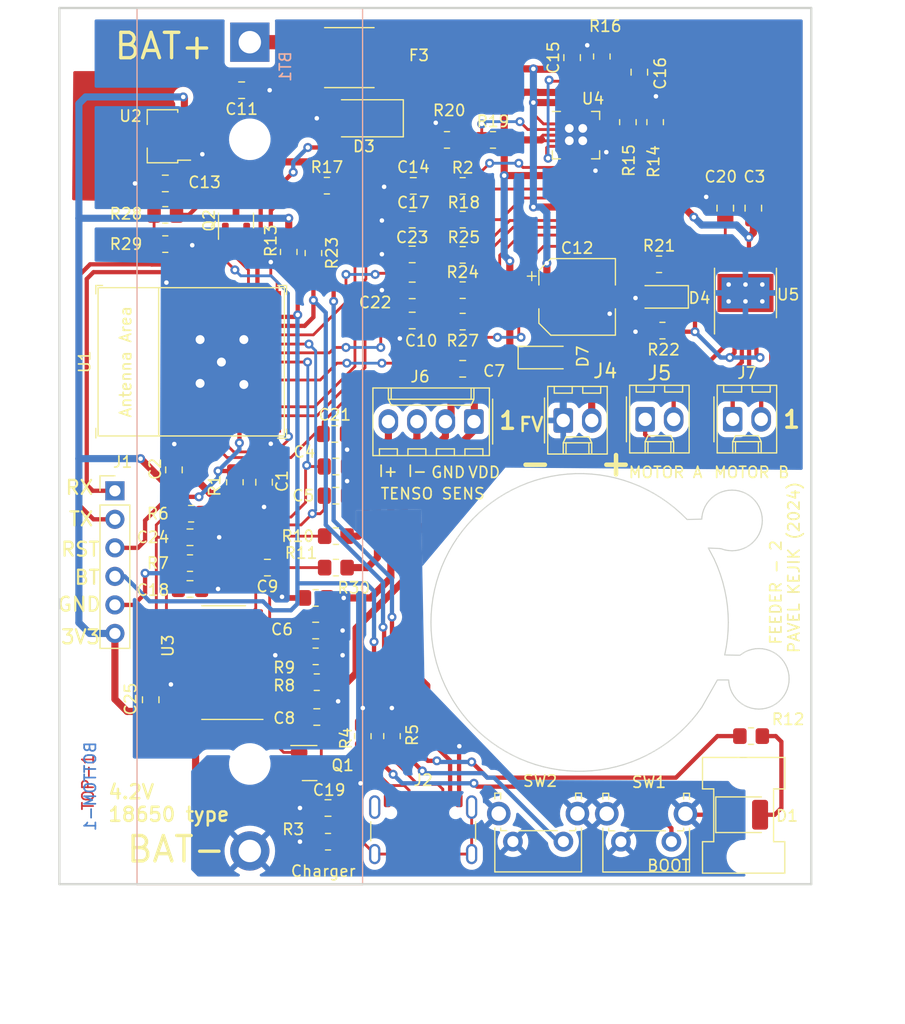
<source format=kicad_pcb>
(kicad_pcb (version 20221018) (generator pcbnew)
  (layers (0 "F.Cu" signal) (31 "B.Cu" signal) (34 "B.Paste" user) (35 "F.Paste" user) (36 "B.SilkS" user "B.Silkscreen") (37 "F.SilkS" user "F.Silkscreen") (38 "B.Mask" user) (39 "F.Mask" user) (44 "Edge.Cuts" user))
  (net 0 "")
  (net 1 "Net-(BT1-+)")
  (net 2 "GND")
  (net 3 "nRESET")
  (net 4 "+3.3V")
  (net 5 "OUT_MOT_B1")
  (net 6 "VDC")
  (net 7 "PDO")
  (net 8 "PDCLK")
  (net 9 "GNDA")
  (net 10 "Net-(U3-VBG)")
  (net 11 "Net-(J6-Pin_1)")
  (net 12 "Net-(U3-INA-)")
  (net 13 "Net-(U3-INA+)")
  (net 14 "MOT_SLEEP")
  (net 15 "VCC")
  (net 16 "Net-(U5-VINT)")
  (net 17 "AINP_MOT")
  (net 18 "OUT_MOT_A1")
  (net 19 "OUT_MOT_A2")
  (net 20 "Net-(J5-Pin_1)")
  (net 21 "Net-(D1-A)")
  (net 22 "Net-(D7-A)")
  (net 23 "DEBUG_RX")
  (net 24 "DEBUG_TX")
  (net 25 "BOOT")
  (net 26 "Net-(J2-CC1)")
  (net 30 "Net-(J2-CC2)")
  (net 34 "Net-(J2-SHIELD)")
  (net 35 "Net-(J5-Pin_2)")
  (net 36 "Net-(J6-Pin_3)")
  (net 37 "Net-(J6-Pin_4)")
  (net 38 "Net-(Q1-B)")
  (net 39 "Net-(U3-DOUT)")
  (net 40 "Net-(U3-PD_SCK)")
  (net 41 "Net-(U3-VFB)")
  (net 42 "Net-(U1-GPIO18{slash}USB_D-)")
  (net 43 "VBAT")
  (net 44 "Net-(U4-PROG3)")
  (net 45 "Net-(U4-PROG1)")
  (net 46 "Net-(U4-THERM)")
  (net 47 "Net-(U4-VPCC)")
  (net 48 "Net-(U5-AISEN)")
  (net 49 "Net-(U5-AIN1)")
  (net 50 "Net-(U5-AIN2)")
  (net 51 "Net-(U5-nSLEEP)")
  (net 56 "OUT_MOT_B2")
  (net 57 "LBO")
  (net 62 "Net-(J7-Pin_1)")
  (net 72 "Net-(J7-Pin_2)")
  (net 73 "Net-(U5-VCP)")
  (net 74 "/OUT_VBAT_SENSE")
  (net 75 "Net-(Q2-D)")
  (net 76 "Net-(U5-BIN1)")
  (net 77 "Net-(U5-BIN2)")
  (net 78 "Net-(U1-GPIO8)")
  (net 79 "/AINP_BAT")
  (footprint "Connector_Molex:Molex_KK-254_AE-6410-02A_1x02_P2.54mm_Vertical" (layer "F.Cu") (at 170.16 87.6)
    (fp_text reference "J7")
    (fp_text value "Conn_01x02_Pin")
  )
  (footprint "Package_TO_SOT_SMD:SOT-23" (layer "F.Cu") (at 132.4625 118.2)
    (fp_text reference "Q1")
    (fp_text value "BC807")
  )
  (footprint "Connector_Molex:Molex_KK-254_AE-6410-02A_1x02_P2.54mm_Vertical" (layer "F.Cu") (at 162.36 87.6)
    (fp_text reference "J5")
    (fp_text value "Conn_01x02_Pin")
  )
  (footprint "Resistor_SMD:R_0805_2012Metric_Pad1.20x1.40mm_HandSolder" (layer "F.Cu") (at 148.8 62.725)
    (fp_text reference "R19")
    (fp_text value "270K")
  )
  (footprint "Resistor_SMD:R_0805_2012Metric_Pad1.20x1.40mm_HandSolder" (layer "F.Cu") (at 134 66.8)
    (fp_text reference "R17")
    (fp_text value "5K")
  )
  (footprint "Capacitor_SMD:C_0805_2012Metric_Pad1.18x1.45mm_HandSolder" (layer "F.Cu") (at 121.8 102.7)
    (fp_text reference "C18")
    (fp_text value "33pF")
  )
  (footprint "Resistor_SMD:R_0805_2012Metric_Pad1.20x1.40mm_HandSolder" (layer "F.Cu") (at 134.1 125.2)
    (fp_text reference "R3")
    (fp_text value "1M")
  )
  (footprint "Connector_Molex:Molex_KK-254_AE-6410-02A_1x02_P2.54mm_Vertical" (layer "F.Cu") (at 155.06 87.7)
    (fp_text reference "J4")
    (fp_text value "FV_Cell")
  )
  (footprint "Resistor_SMD:R_0805_2012Metric_Pad1.20x1.40mm_HandSolder" (layer "F.Cu") (at 171.8 115.8 180)
    (fp_text reference "R12")
    (fp_text value "1K")
  )
  (footprint "Capacitor_SMD:C_0805_2012Metric_Pad1.18x1.45mm_HandSolder" (layer "F.Cu") (at 118.3 112.5625 -90)
    (fp_text reference "C25")
    (fp_text value "10nF")
  )
  (footprint "Diode_SMD:D_SOD-123" (layer "F.Cu") (at 153.4 82.1)
    (fp_text reference "D7")
    (fp_text value "B0520LW-7-F")
  )
  (footprint "Resistor_SMD:R_0805_2012Metric_Pad1.20x1.40mm_HandSolder" (layer "F.Cu") (at 133.1 111 180)
    (fp_text reference "R8")
    (fp_text value "XR")
  )
  (footprint "Package_SO:SOP-16_3.9x9.9mm_P1.27mm" (layer "F.Cu") (at 124.8 109.255 180)
    (fp_text reference "U3")
    (fp_text value "HX711")
  )
  (footprint "Resistor_SMD:R_0805_2012Metric_Pad1.20x1.40mm_HandSolder" (layer "F.Cu") (at 130.6 72.7 -90)
    (fp_text reference "R13")
    (fp_text value "100K")
  )
  (footprint "Package_TO_SOT_SMD:SOT-89-3" (layer "F.Cu") (at 119.35 62.4 180)
    (fp_text reference "U2")
    (fp_text value "MCP1700x-330xxMB")
  )
  (footprint "Resistor_SMD:R_0805_2012Metric_Pad1.20x1.40mm_HandSolder" (layer "F.Cu") (at 146.1 69.82 180)
    (fp_text reference "R18")
    (fp_text value "100R")
  )
  (footprint "Resistor_SMD:R_0805_2012Metric_Pad1.20x1.40mm_HandSolder" (layer "F.Cu") (at 137.2 115.805 90)
    (fp_text reference "R4")
    (fp_text value "5k1")
  )
  (footprint "Capacitor_SMD:C_0805_2012Metric_Pad1.18x1.45mm_HandSolder" (layer "F.Cu") (at 134.7 88.9 180)
    (fp_text reference "C21")
    (fp_text value "15nF")
  )
  (footprint "Resistor_SMD:R_0805_2012Metric_Pad1.20x1.40mm_HandSolder" (layer "F.Cu") (at 132.8 72.8 -90)
    (fp_text reference "R23")
    (fp_text value "100K")
  )
  (footprint "Capacitor_SMD:C_0805_2012Metric_Pad1.18x1.45mm_HandSolder" (layer "F.Cu") (at 146.1 83.1)
    (fp_text reference "C7")
    (fp_text value "10uF")
  )
  (footprint "Resistor_SMD:R_0805_2012Metric_Pad1.20x1.40mm_HandSolder" (layer "F.Cu") (at 121.8 100.4)
    (fp_text reference "R7")
    (fp_text value "100R")
  )
  (footprint "Capacitor_SMD:C_0805_2012Metric_Pad1.18x1.45mm_HandSolder" (layer "F.Cu") (at 134.8 91.8 180)
    (fp_text reference "C4")
    (fp_text value "33pF")
  )
  (footprint "Resistor_SMD:R_0805_2012Metric_Pad1.20x1.40mm_HandSolder" (layer "F.Cu") (at 144.7 62.725 180)
    (fp_text reference "R20")
    (fp_text value "100K")
  )
  (footprint "Capacitor_SMD:C_0805_2012Metric_Pad1.18x1.45mm_HandSolder" (layer "F.Cu") (at 134.1 122.2 180)
    (fp_text reference "C19")
    (fp_text value "10uF")
  )
  (footprint "Capacitor_SMD:C_0805_2012Metric_Pad1.18x1.45mm_HandSolder" (layer "F.Cu") (at 141.6 69.82 180)
    (fp_text reference "C17")
    (fp_text value "33pF")
  )
  (footprint "Resistor_SMD:R_0805_2012Metric_Pad1.20x1.40mm_HandSolder" (layer "F.Cu") (at 133 108.7)
    (fp_text reference "R9")
    (fp_text value "YR")
  )
  (footprint "Capacitor_SMD:C_0805_2012Metric_Pad1.18x1.45mm_HandSolder" (layer "F.Cu") (at 134.8 94.4)
    (fp_text reference "C5")
    (fp_text value "33pF")
  )
  (footprint "OptoDevice:Lightpipe_Mentor_1275.x00x" (layer "F.Cu") (at 171.1125 122.8 180)
    (fp_text reference "REF**" hide)
    (fp_text value "Lightpipe_Mentor_1275.x00x")
  )
  (footprint "Resistor_SMD:R_0805_2012Metric_Pad1.20x1.40mm_HandSolder" (layer "F.Cu") (at 125.8 93.2 -90)
    (fp_text reference "R1")
    (fp_text value "10K")
  )
  (footprint "Fuse:Fuse_2920_7451Metric_Pad2.10x5.45mm_HandSolder" (layer "F.Cu") (at 136 55.4)
    (fp_text reference "F3")
    (fp_text value "0ZCF0100AF2A")
  )
  (footprint "Package_TO_SOT_SMD:SOT-23" (layer "F.Cu") (at 125.9 69.9 90)
    (fp_text reference "Q2")
    (fp_text value "AO3401A")
  )
  (footprint "Connector_USB:USB_C_Receptacle_GCT_USB4105-xx-A_16P_TopMnt_Horizontal" (layer "F.Cu") (at 142.58 125.225)
    (fp_text reference "J2")
    (fp_text value "USB_C_Receptacle_USB2.0")
  )
  (footprint "Package_SO:HTSSOP-16-1EP_4.4x5mm_P0.65mm_EP3.4x5mm_Mask2.46x2.31mm_ThermalVias" (layer "F.Cu") (at 171.3 76.35 90)
    (fp_text reference "U5")
    (fp_text value "DRV8833PWP")
  )
  (footprint "Capacitor_SMD:C_0805_2012Metric_Pad1.18x1.45mm_HandSolder" (layer "F.Cu") (at 128.4 93.2 90)
    (fp_text reference "C1")
    (fp_text value "10uF")
  )
  (footprint "Resistor_SMD:R_0805_2012Metric_Pad1.20x1.40mm_HandSolder" (layer "F.Cu") (at 163.9 79.7 180)
    (fp_text reference "R22")
    (fp_text value "1R")
  )
  (footprint "Capacitor_SMD:C_0805_2012Metric_Pad1.18x1.45mm_HandSolder" (layer "F.Cu") (at 161.84125 56.695 90)
    (fp_text reference "C16")
    (fp_text value "10uF")
  )
  (footprint "Button_Switch_THT:SW_Tactile_SPST_Angled_PTS645Vx58-2LFS" (layer "F.Cu") (at 155.075 125.1875 180)
    (fp_text reference "SW2")
    (fp_text value "SW_Push")
  )
  (footprint "Button_Switch_THT:SW_Tactile_SPST_Angled_PTS645Vx58-2LFS" (layer "F.Cu") (at 164.7 125.2 180)
    (fp_text reference "SW1")
    (fp_text value "SW_Push")
  )
  (footprint "Capacitor_SMD:C_0805_2012Metric_Pad1.18x1.45mm_HandSolder" (layer "F.Cu") (at 155.85125 55.4 90)
    (fp_text reference "C15")
    (fp_text value "10uF")
  )
  (footprint "Capacitor_SMD:CP_Elec_6.3x7.7" (layer "F.Cu") (at 156.3 76.7)
    (fp_text reference "C12")
    (fp_text value "100uF/16V")
  )
  (footprint "Connector_PinHeader_2.54mm:PinHeader_1x06_P2.54mm_Vertical" (layer "F.Cu") (at 115.11 93.96)
    (fp_text reference "J1")
    (fp_text value "Conn_01x06_Socket")
  )
  (footprint "Resistor_SMD:R_0805_2012Metric_Pad1.20x1.40mm_HandSolder" (layer "F.Cu") (at 146.1 78.9 180)
    (fp_text reference "R27")
    (fp_text value "100R")
  )
  (footprint "Diode_SMD:D_SOD-123F" (layer "F.Cu") (at 164 76.7 180)
    (fp_text reference "D4")
    (fp_text value "1N4148WT")
  )
  (footprint "Resistor_SMD:R_0805_2012Metric_Pad1.20x1.40mm_HandSolder" (layer "F.Cu") (at 160.82125 61.145 -90)
    (fp_text reference "R15")
    (fp_text value "2K")
  )
  (footprint "PCM_Espressif:ESP32-C3-MINI-1" (layer "F.Cu") (at 121.91 82.48 90)
    (fp_text reference "U1")
    (fp_text value "ESP32-C3-MINI-1")
  )
  (footprint "Resistor_SMD:R_0805_2012Metric_Pad1.20x1.40mm_HandSolder" (layer "F.Cu") (at 146.1 72.96 180)
    (fp_text reference "R25")
    (fp_text value "100R")
  )
  (footprint "Resistor_SMD:R_0805_2012Metric_Pad1.20x1.40mm_HandSolder" (layer "F.Cu") (at 163.6 73.8)
    (fp_text reference "R21")
    (fp_text value "4K7")
  )
  (footprint "Resistor_SMD:R_0805_2012Metric_Pad1.20x1.40mm_HandSolder" (layer "F.Cu") (at 134.8 100.8)
    (fp_text reference "R11")
    (fp_text value "100R")
  )
  (footprint "Capacitor_SMD:C_0805_2012Metric_Pad1.18x1.45mm_HandSolder" (layer "F.Cu") (at 121.8 98.1 180)
    (fp_text reference "C24")
    (fp_text value "33pF")
  )
  (footprint "Diode_SMD:D_SMA" (layer "F.Cu") (at 137.3 60.8 180)
    (fp_text reference "D3")
    (fp_text value "ESDA18-1K")
  )
  (footprint "Capacitor_SMD:C_0805_2012Metric_Pad1.18x1.45mm_HandSolder" (layer "F.Cu") (at 141.6 76.12)
    (fp_text reference "C22")
    (fp_text value "33pF")
  )
  (footprint "Capacitor_SMD:C_0805_2012Metric_Pad1.18x1.45mm_HandSolder" (layer "F.Cu") (at 169.5 68.8 -90)
    (fp_text reference "C20")
    (fp_text value "10uF")
  )
  (footprint "LED_SMD:LED_1210_3225Metric_Pad1.42x2.65mm_HandSolder" (layer "F.Cu") (at 171.1125 122.8)
    (fp_text reference "D1")
    (fp_text value "LED")
  )
  (footprint "Resistor_SMD:R_0805_2012Metric_Pad1.20x1.40mm_HandSolder" (layer "F.Cu") (at 119.6 69.4 180)
    (fp_text reference "R28")
    (fp_text value "100K")
  )
  (footprint "Resistor_SMD:R_0805_2012Metric_Pad1.20x1.40mm_HandSolder" (layer "F.Cu") (at 146.1 66.82 180)
    (fp_text reference "R2")
    (fp_text value "100R")
  )
  (footprint "Capacitor_SMD:C_0805_2012Metric_Pad1.18x1.45mm_HandSolder" (layer "F.Cu") (at 126.4 58.3 180)
    (fp_text reference "C11")
    (fp_text value "10uF")
  )
  (footprint "Resistor_SMD:R_0805_2012Metric_Pad1.20x1.40mm_HandSolder" (layer "F.Cu") (at 163.25125 61.145 -90)
    (fp_text reference "R14")
    (fp_text value "100K")
  )
  (footprint "Resistor_SMD:R_0805_2012Metric_Pad1.20x1.40mm_HandSolder" (layer "F.Cu") (at 146.1 76.1 180)
    (fp_text reference "R24")
    (fp_text value "100R")
  )
  (footprint "Capacitor_SMD:C_0805_2012Metric_Pad1.18x1.45mm_HandSolder" (layer "F.Cu") (at 133.1 114.1 180)
    (fp_text reference "C8")
    (fp_text value "10uF")
  )
  (footprint "Capacitor_SMD:C_0805_2012Metric_Pad1.18x1.45mm_HandSolder" (layer "F.Cu") (at 141.6 72.92 180)
    (fp_text reference "C23")
    (fp_text value "33pF")
  )
  (footprint "Resistor_SMD:R_0805_2012Metric_Pad1.20x1.40mm_HandSolder" (layer "F.Cu") (at 139.8 115.8 90)
    (fp_text reference "R5")
    (fp_text value "5k1")
  )
  (footprint "Capacitor_SMD:C_0805_2012Metric_Pad1.18x1.45mm_HandSolder" (layer "F.Cu") (at 172 68.8 -90)
    (fp_text reference "C3")
    (fp_text value "10nF")
  )
  (footprint "Capacitor_SMD:C_0805_2012Metric_Pad1.18x1.45mm_HandSolder" (layer "F.Cu") (at 120.37 92.1 -90)
    (fp_text reference "C2")
    (fp_text value "10nF")
  )
  (footprint "Capacitor_SMD:C_0805_2012Metric_Pad1.18x1.45mm_HandSolder" (layer "F.Cu") (at 141.7 66.82)
    (fp_text reference "C14")
    (fp_text value "33pF")
  )
  (footprint "Connector_Molex:Molex_KK-254_AE-6410-04A_1x04_P2.54mm_Vertical" (layer "F.Cu") (at 147.1 87.8 180)
    (fp_text reference "J6")
    (fp_text value "Conn_01x04_Pin")
  )
  (footprint "Capacitor_SMD:C_0805_2012Metric_Pad1.18x1.45mm_HandSolder" (layer "F.Cu") (at 133 106.4 180)
    (fp_text reference "C6")
    (fp_text value "10nF")
  )
  (footprint "Capacitor_SMD:C_0805_2012Metric_Pad1.18x1.45mm_HandSolder" (layer "F.Cu") (at 119.6 66.6)
    (fp_text reference "C13")
    (fp_text value "10nF")
  )
  (footprint "Capacitor_SMD:C_0805_2012Metric_Pad1.18x1.45mm_HandSolder" (layer "F.Cu") (at 128.7 100.8 180)
    (fp_text reference "C9")
    (fp_text value "10nF")
  )
  (footprint "Resistor_SMD:R_0805_2012Metric_Pad1.20x1.40mm_HandSolder" (layer "F.Cu") (at 121.9 96)
    (fp_text reference "R6")
    (fp_text value "100R")
  )
  (footprint "Resistor_SMD:R_0805_2012Metric_Pad1.20x1.40mm_HandSolder" (layer "F.Cu") (at 119.6 72)
    (fp_text reference "R29")
    (fp_text value "100K")
  )
  (footprint "Resistor_SMD:R_0805_2012Metric_Pad1.20x1.40mm_HandSolder" (layer "F.Cu") (at 133 103.5)
    (fp_text reference "R30")
    (fp_text value "0R")
  )
  (footprint "Resistor_SMD:R_0805_2012Metric_Pad1.20x1.40mm_HandSolder" (layer "F.Cu") (at 134.8 98)
    (fp_text reference "R10")
    (fp_text value "100R")
  )
  (footprint "Resistor_SMD:R_0805_2012Metric_Pad1.20x1.40mm_HandSolder" (layer "F.Cu") (at 158.5 55.3 90)
    (fp_text reference "R16")
    (fp_text value "2K")
  )
  (footprint "Capacitor_SMD:C_0805_2012Metric_Pad1.18x1.45mm_HandSolder" (layer "F.Cu") (at 141.6 78.8)
    (fp_text reference "C10")
    (fp_text value "33pF")
  )
  (footprint "Package_DFN_QFN:QFN-20-1EP_4x4mm_P0.5mm_EP2.5x2.5mm" (layer "F.Cu") (at 156.19625 62.3)
    (fp_text reference "U4")
    (fp_text value "MCP73871-2AA")
  )
  (footprint "Battery:BatteryHolder_MPD_BH-18650-PC2" (layer "B.Cu") (at 127.13 54.025 -90)
    (fp_text reference "BT1")
    (fp_text value "Battery_18650")
  )
  (gr_line (start 177.16 128.979623) (end 110.16 128.979623) (stroke (width 0.2)) (layer "Edge.Cuts"))
  (gr_line (start 170.1 99.3) (end 170.425449 99.280314) (stroke (width 0.1)) (layer "Edge.Cuts"))
  (gr_line (start 169.052799 101.377961) (end 168.796767 100.69413) (stroke (width 0.1)) (layer "Edge.Cuts"))
  (gr_line (start 165.494702 95.931887) (end 164.944061 95.452333) (stroke (width 0.1)) (layer "Edge.Cuts"))
  (gr_line (start 162.503538 93.85786) (end 161.843185 93.546232) (stroke (width 0.1)) (layer "Edge.Cuts"))
  (gr_line (start 151.874773 118.089003) (end 152.5654 118.326095) (stroke (width 0.1)) (layer "Edge.Cuts"))
  (gr_line (start 165.494702 115.428571) (end 166.018089 114.919412) (stroke (width 0.1)) (layer "Edge.Cuts"))
  (gr_line (start 152.5654 118.326095) (end 153.268038 118.524783) (stroke (width 0.1)) (layer "Edge.Cuts"))
  (gr_line (start 170.8 108.6) (end 169.450023 108.577753) (stroke (width 0.1)) (layer "Edge.Cuts"))
  (gr_line (start 143.290841 104.950316) (end 143.270721 105.680229) (stroke (width 0.1)) (layer "Edge.Cuts"))
  (gr_line (start 172.8 96.6) (end 172.780314 96.274551) (stroke (width 0.1)) (layer "Edge.Cuts"))
  (gr_line (start 155.426545 118.884974) (end 156.155626 118.925198) (stroke (width 0.1)) (layer "Edge.Cuts"))
  (gr_line (start 164.944061 95.452333) (end 164.367838 95.003841) (stroke (width 0.1)) (layer "Edge.Cuts"))
  (gr_line (start 169.878314 111.344973) (end 169.975136 111.655686) (stroke (width 0.1)) (layer "Edge.Cuts"))
  (gr_line (start 161.843185 117.814226) (end 162.503538 117.502598) (stroke (width 0.1)) (layer "Edge.Cuts"))
  (gr_line (start 171.539388 108.180062) (end 171.242611 108.31363) (stroke (width 0.1)) (layer "Edge.Cuts"))
  (gr_line (start 167.877944 95.066225) (end 167.709269 95.345247) (stroke (width 0.1)) (layer "Edge.Cuts"))
  (gr_line (start 173.45076 113.219938) (end 173.747537 113.08637) (stroke (width 0.1)) (layer "Edge.Cuts"))
  (gr_line (start 160.476042 93.034363) (end 159.773404 92.835675) (stroke (width 0.1)) (layer "Edge.Cuts"))
  (gr_line (start 161.843185 93.546232) (end 161.166669 93.271455) (stroke (width 0.1)) (layer "Edge.Cuts"))
  (gr_line (start 166.512634 114.382193) (end 166.976833 113.818547) (stroke (width 0.1)) (layer "Edge.Cuts"))
  (gr_line (start 143.591419 102.782705) (end 143.451434 103.499351) (stroke (width 0.1)) (layer "Edge.Cuts"))
  (gr_line (start 169.975136 111.655686) (end 170.108704 111.952463) (stroke (width 0.1)) (layer "Edge.Cuts"))
  (gr_line (start 172.624544 95.642567) (end 172.490731 95.345247) (stroke (width 0.1)) (layer "Edge.Cuts"))
  (gr_line (start 173.140047 108.08324) (end 172.819929 108.024576) (stroke (width 0.1)) (layer "Edge.Cuts"))
  (gr_line (start 153.268038 92.835675) (end 152.5654 93.034363) (stroke (width 0.1)) (layer "Edge.Cuts"))
  (gr_line (start 169.690302 107.137838) (end 169.750601 106.410142) (stroke (width 0.1)) (layer "Edge.Cuts"))
  (gr_line (start 171.057433 99.124544) (end 171.354753 98.990731) (stroke (width 0.1)) (layer "Edge.Cuts"))
  (gr_line (start 167.709269 95.345247) (end 167.575456 95.642567) (stroke (width 0.1)) (layer "Edge.Cuts"))
  (gr_line (start 172.624544 97.557433) (end 172.721543 97.246152) (stroke (width 0.1)) (layer "Edge.Cuts"))
  (gr_line (start 172.780314 96.274551) (end 172.721543 95.953848) (stroke (width 0.1)) (layer "Edge.Cuts"))
  (gr_line (start 143.35114 107.137838) (end 143.451434 107.861107) (stroke (width 0.1)) (layer "Edge.Cuts"))
  (gr_line (start 149.895721 94.205392) (end 149.273658 94.587773) (stroke (width 0.1)) (layer "Edge.Cuts"))
  (gr_line (start 146.528808 96.978265) (end 146.064609 97.541911) (stroke (width 0.1)) (layer "Edge.Cuts"))
  (gr_line (start 172.120979 98.390431) (end 172.322056 98.133775) (stroke (width 0.1)) (layer "Edge.Cuts"))
  (gr_line (start 170.277072 112.230977) (end 170.477782 112.487165) (stroke (width 0.1)) (layer "Edge.Cuts"))
  (gr_line (start 163.767784 116.772685) (end 164.367838 116.356617) (stroke (width 0.1)) (layer "Edge.Cuts"))
  (gr_line (start 175.015012 109.744314) (end 174.881444 109.447537) (stroke (width 0.1)) (layer "Edge.Cuts"))
  (gr_line (start 172.170219 113.375424) (end 172.495074 113.395074) (stroke (width 0.1)) (layer "Edge.Cuts"))
  (gr_line (start 156.155626 118.925198) (end 156.885816 118.925198) (stroke (width 0.1)) (layer "Edge.Cuts"))
  (gr_line (start 145.632165 113.230186) (end 146.064609 113.818547) (stroke (width 0.1)) (layer "Edge.Cuts"))
  (gr_line (start 143.451434 103.499351) (end 143.35114 104.22262) (stroke (width 0.1)) (layer "Edge.Cuts"))
  (gr_line (start 144.537989 100.025441) (end 144.244675 100.69413) (stroke (width 0.1)) (layer "Edge.Cuts"))
  (gr_line (start 174.282239 112.717292) (end 174.512366 112.487165) (stroke (width 0.1)) (layer "Edge.Cuts"))
  (gr_line (start 153.980555 92.675997) (end 153.268038 92.835675) (stroke (width 0.1)) (layer "Edge.Cuts"))
  (gr_line (start 175.111834 110.055027) (end 175.015012 109.744314) (stroke (width 0.1)) (layer "Edge.Cuts"))
  (gr_line (start 168.796767 100.69413) (end 168.503453 100.025441) (stroke (width 0.1)) (layer "Edge.Cuts"))
  (gr_line (start 168.845247 94.209269) (end 168.566225 94.377944) (stroke (width 0.1)) (layer "Edge.Cuts"))
  (gr_line (start 174.282239 108.682708) (end 174.026051 108.481998) (stroke (width 0.1)) (layer "Edge.Cuts"))
  (gr_line (start 166.1 96.515943) (end 165.494702 95.931887) (stroke (width 0.1)) (layer "Edge.Cuts"))
  (gr_line (start 170.1 93.9) (end 169.774551 93.919686) (stroke (width 0.1)) (layer "Edge.Cuts"))
  (gr_line (start 149.273658 116.772685) (end 149.895721 117.155066) (stroke (width 0.1)) (layer "Edge.Cuts"))
  (gr_line (start 170.477782 112.487165) (end 170.707909 112.717292) (stroke (width 0.1)) (layer "Edge.Cuts"))
  (gr_line (start 168.503453 100.025441) (end 167.991201 99.057745) (stroke (width 0.1)) (layer "Edge.Cuts"))
  (gr_line (start 169.590008 103.499351) (end 169.450023 102.782705) (stroke (width 0.1)) (layer "Edge.Cuts"))
  (gr_line (start 175.190148 110.7) (end 175.170498 110.375145) (stroke (width 0.1)) (layer "Edge.Cuts"))
  (gr_line (start 159.773404 92.835675) (end 159.060887 92.675997) (stroke (width 0.1)) (layer "Edge.Cuts"))
  (gr_line (start 145.232789 98.741563) (end 144.867694 99.373926) (stroke (width 0.1)) (layer "Edge.Cuts"))
  (gr_line (start 164.367838 95.003841) (end 163.767784 94.587773) (stroke (width 0.1)) (layer "Edge.Cuts"))
  (gr_line (start 174.881444 111.952463) (end 175.015012 111.655686) (stroke (width 0.1)) (layer "Edge.Cuts"))
  (gr_line (start 159.060887 92.675997) (end 158.340656 92.555811) (stroke (width 0.1)) (layer "Edge.Cuts"))
  (gr_line (start 174.713076 109.169023) (end 174.512366 108.912835) (stroke (width 0.1)) (layer "Edge.Cuts"))
  (gr_line (start 170.746152 93.978457) (end 170.425449 93.919686) (stroke (width 0.1)) (layer "Edge.Cuts"))
  (gr_line (start 143.451434 107.861107) (end 143.591419 108.577753) (stroke (width 0.1)) (layer "Edge.Cuts"))
  (gr_line (start 174.512366 112.487165) (end 174.713076 112.230977) (stroke (width 0.1)) (layer "Edge.Cuts"))
  (gr_line (start 160.476042 118.326095) (end 161.166669 118.089003) (stroke (width 0.1)) (layer "Edge.Cuts"))
  (gr_line (start 150.537904 117.502598) (end 151.198257 117.814226) (stroke (width 0.1)) (layer "Edge.Cuts"))
  (gr_line (start 174.026051 112.918002) (end 174.282239 112.717292) (stroke (width 0.1)) (layer "Edge.Cuts"))
  (gr_line (start 169.142567 99.124544) (end 169.453848 99.221543) (stroke (width 0.1)) (layer "Edge.Cuts"))
  (gr_line (start 173.747537 108.31363) (end 173.45076 108.180062) (stroke (width 0.1)) (layer "Edge.Cuts"))
  (gr_line (start 151.874773 93.271455) (end 151.198257 93.546232) (stroke (width 0.1)) (layer "Edge.Cuts"))
  (gr_line (start 170.707909 112.717292) (end 170.964097 112.918002) (stroke (width 0.1)) (layer "Edge.Cuts"))
  (gr_line (start 172.495074 108.004926) (end 172.170219 108.024576) (stroke (width 0.1)) (layer "Edge.Cuts"))
  (gr_line (start 170.964097 112.918002) (end 171.242611 113.08637) (stroke (width 0.1)) (layer "Edge.Cuts"))
  (gr_line (start 169 99.1) (end 169.142567 99.124544) (stroke (width 0.1)) (layer "Edge.Cuts"))
  (gr_line (start 161.166669 118.089003) (end 161.843185 117.814226) (stroke (width 0.1)) (layer "Edge.Cuts"))
  (gr_line (start 173.140047 113.31676) (end 173.45076 113.219938) (stroke (width 0.1)) (layer "Edge.Cuts"))
  (gr_line (start 147.023353 114.919412) (end 147.54674 115.428571) (stroke (width 0.1)) (layer "Edge.Cuts"))
  (gr_line (start 143.77067 109.2856) (end 143.988643 109.982497) (stroke (width 0.1)) (layer "Edge.Cuts"))
  (gr_line (start 172.819929 113.375424) (end 173.140047 113.31676) (stroke (width 0.1)) (layer "Edge.Cuts"))
  (gr_line (start 169.774551 93.919686) (end 169.453848 93.978457) (stroke (width 0.1)) (layer "Edge.Cuts"))
  (gr_line (start 167.409277 113.230186) (end 168.8 110.8) (stroke (width 0.1)) (layer "Edge.Cuts"))
  (gr_line (start 171.890431 94.579021) (end 171.633775 94.377944) (stroke (width 0.1)) (layer "Edge.Cuts"))
  (gr_line (start 175.170498 111.024855) (end 175.190148 110.7) (stroke (width 0.1)) (layer "Edge.Cuts"))
  (gr_line (start 143.988643 109.982497) (end 144.244675 110.666328) (stroke (width 0.1)) (layer "Edge.Cuts"))
  (gr_line (start 169.750601 106.410142) (end 169.770721 105.680229) (stroke (width 0.1)) (layer "Edge.Cuts"))
  (gr_line (start 144.867694 99.373926) (end 144.537989 100.025441) (stroke (width 0.1)) (layer "Edge.Cuts"))
  (gr_line (start 153.980555 118.684461) (end 154.700786 118.804647) (stroke (width 0.1)) (layer "Edge.Cuts"))
  (gr_line (start 172.490731 97.854753) (end 172.624544 97.557433) (stroke (width 0.1)) (layer "Edge.Cuts"))
  (gr_line (start 147.54674 115.428571) (end 148.097381 115.908125) (stroke (width 0.1)) (layer "Edge.Cuts"))
  (gr_line (start 163.767784 94.587773) (end 163.145721 94.205392) (stroke (width 0.1)) (layer "Edge.Cuts"))
  (gr_line (start 169.453848 93.978457) (end 169.142567 94.075456) (stroke (width 0.1)) (layer "Edge.Cuts"))
  (gr_line (start 172.322056 95.066225) (end 172.120979 94.809569) (stroke (width 0.1)) (layer "Edge.Cuts"))
  (gr_line (start 149.895721 117.155066) (end 150.537904 117.502598) (stroke (width 0.1)) (layer "Edge.Cuts"))
  (gr_line (start 159.773404 118.524783) (end 160.476042 118.326095) (stroke (width 0.1)) (layer "Edge.Cuts"))
  (gr_line (start 172.170219 108.024576) (end 171.850101 108.08324) (stroke (width 0.1)) (layer "Edge.Cuts"))
  (gr_line (start 157.614897 92.475484) (end 156.885816 92.43526) (stroke (width 0.1)) (layer "Edge.Cuts"))
  (gr_line (start 143.77067 102.074858) (end 143.591419 102.782705) (stroke (width 0.1)) (layer "Edge.Cuts"))
  (gr_line (start 158.340656 118.804647) (end 159.060887 118.684461) (stroke (width 0.1)) (layer "Edge.Cuts"))
  (gr_line (start 169.774551 99.280314) (end 170.1 99.3) (stroke (width 0.1)) (layer "Edge.Cuts"))
  (gr_line (start 168.079021 94.809569) (end 167.877944 95.066225) (stroke (width 0.1)) (layer "Edge.Cuts"))
  (gr_line (start 173.45076 108.180062) (end 173.140047 108.08324) (stroke (width 0.1)) (layer "Edge.Cuts"))
  (gr_line (start 169.8 110.8) (end 168.8 110.8) (stroke (width 0.1)) (layer "Edge.Cuts"))
  (gr_line (start 150.537904 93.85786) (end 149.895721 94.205392) (stroke (width 0.1)) (layer "Edge.Cuts"))
  (gr_line (start 171.850101 113.31676) (end 172.170219 113.375424) (stroke (width 0.1)) (layer "Edge.Cuts"))
  (gr_line (start 171.354753 98.990731) (end 171.633775 98.822056) (stroke (width 0.1)) (layer "Edge.Cuts"))
  (gr_line (start 169.270772 102.074858) (end 169.052799 101.377961) (stroke (width 0.1)) (layer "Edge.Cuts"))
  (gr_line (start 174.881444 109.447537) (end 174.713076 109.169023) (stroke (width 0.1)) (layer "Edge.Cuts"))
  (gr_line (start 110.16 50.98) (end 177.16 50.98) (stroke (width 0.2)) (layer "Edge.Cuts"))
  (gr_line (start 167.478457 95.953848) (end 167.419686 96.274551) (stroke (width 0.1)) (layer "Edge.Cuts"))
  (gr_line (start 170.746152 99.221543) (end 171.057433 99.124544) (stroke (width 0.1)) (layer "Edge.Cuts"))
  (gr_line (start 144.537989 111.335017) (end 144.867694 111.986532) (stroke (width 0.1)) (layer "Edge.Cuts"))
  (gr_line (start 175.170498 110.375145) (end 175.111834 110.055027) (stroke (width 0.1)) (layer "Edge.Cuts"))
  (gr_line (start 169.142567 94.075456) (end 168.845247 94.209269) (stroke (width 0.1)) (layer "Edge.Cuts"))
  (gr_line (start 169.450023 102.782705) (end 169.270772 102.074858) (stroke (width 0.1)) (layer "Edge.Cuts"))
  (gr_line (start 169.750601 104.950316) (end 169.690302 104.22262) (stroke (width 0.1)) (layer "Edge.Cuts"))
  (gr_line (start 157.614897 118.884974) (end 158.340656 118.804647) (stroke (width 0.1)) (layer "Edge.Cuts"))
  (gr_line (start 143.988643 101.377961) (end 143.77067 102.074858) (stroke (width 0.1)) (layer "Edge.Cuts"))
  (gr_line (start 151.198257 117.814226) (end 151.874773 118.089003) (stroke (width 0.1)) (layer "Edge.Cuts"))
  (gr_line (start 151.198257 93.546232) (end 150.537904 93.85786) (stroke (width 0.1)) (layer "Edge.Cuts"))
  (gr_line (start 154.700786 118.804647) (end 155.426545 118.884974) (stroke (width 0.1)) (layer "Edge.Cuts"))
  (gr_line (start 169.81965 111.024855) (end 169.878314 111.344973) (stroke (width 0.1)) (layer "Edge.Cuts"))
  (gr_line (start 148.673604 95.003841) (end 148.097381 95.452333) (stroke (width 0.1)) (layer "Edge.Cuts"))
  (gr_line (start 168.566225 94.377944) (end 168.309569 94.579021) (stroke (width 0.1)) (layer "Edge.Cuts"))
  (gr_line (start 148.673604 116.356617) (end 149.273658 116.772685) (stroke (width 0.1)) (layer "Edge.Cuts"))
  (gr_line (start 169 99.1) (end 167.991201 99.057745) (stroke (width 0.1)) (layer "Edge.Cuts"))
  (gr_line (start 143.35114 104.22262) (end 143.290841 104.950316) (stroke (width 0.1)) (layer "Edge.Cuts"))
  (gr_line (start 171.633775 94.377944) (end 171.354753 94.209269) (stroke (width 0.1)) (layer "Edge.Cuts"))
  (gr_line (start 164.944061 115.908125) (end 165.494702 115.428571) (stroke (width 0.1)) (layer "Edge.Cuts"))
  (gr_line (start 170.425449 99.280314) (end 170.746152 99.221543) (stroke (width 0.1)) (layer "Edge.Cuts"))
  (gr_line (start 145.632165 98.130272) (end 145.232789 98.741563) (stroke (width 0.1)) (layer "Edge.Cuts"))
  (gr_line (start 172.490731 95.345247) (end 172.322056 95.066225) (stroke (width 0.1)) (layer "Edge.Cuts"))
  (gr_line (start 171.242611 108.31363) (end 170.8 108.6) (stroke (width 0.1)) (layer "Edge.Cuts"))
  (gr_line (start 158.340656 92.555811) (end 157.614897 92.475484) (stroke (width 0.1)) (layer "Edge.Cuts"))
  (gr_line (start 143.290841 106.410142) (end 143.35114 107.137838) (stroke (width 0.1)) (layer "Edge.Cuts"))
  (gr_line (start 110.16 128.979623) (end 110.16 50.98) (stroke (width 0.2)) (layer "Edge.Cuts"))
  (gr_line (start 159.060887 118.684461) (end 159.773404 118.524783) (stroke (width 0.1)) (layer "Edge.Cuts"))
  (gr_line (start 174.713076 112.230977) (end 174.881444 111.952463) (stroke (width 0.1)) (layer "Edge.Cuts"))
  (gr_line (start 174.026051 108.481998) (end 173.747537 108.31363) (stroke (width 0.1)) (layer "Edge.Cuts"))
  (gr_line (start 171.057433 94.075456) (end 170.746152 93.978457) (stroke (width 0.1)) (layer "Edge.Cuts"))
  (gr_line (start 170.425449 93.919686) (end 170.1 93.9) (stroke (width 0.1)) (layer "Edge.Cuts"))
  (gr_line (start 143.270721 105.680229) (end 143.290841 106.410142) (stroke (width 0.1)) (layer "Edge.Cuts"))
  (gr_line (start 145.232789 112.618895) (end 145.632165 113.230186) (stroke (width 0.1)) (layer "Edge.Cuts"))
  (gr_line (start 173.747537 113.08637) (end 174.026051 112.918002) (stroke (width 0.1)) (layer "Edge.Cuts"))
  (gr_line (start 144.867694 111.986532) (end 145.232789 112.618895) (stroke (width 0.1)) (layer "Edge.Cuts"))
  (gr_line (start 167.419686 96.274551) (end 167.402649 96.484056) (stroke (width 0.1)) (layer "Edge.Cuts"))
  (gr_line (start 172.819929 108.024576) (end 172.495074 108.004926) (stroke (width 0.1)) (layer "Edge.Cuts"))
  (gr_line (start 163.145721 94.205392) (end 162.503538 93.85786) (stroke (width 0.1)) (layer "Edge.Cuts"))
  (gr_line (start 144.244675 100.69413) (end 143.988643 101.377961) (stroke (width 0.1)) (layer "Edge.Cuts"))
  (gr_line (start 175.111834 111.344973) (end 175.170498 111.024855) (stroke (width 0.1)) (layer "Edge.Cuts"))
  (gr_line (start 148.097381 115.908125) (end 148.673604 116.356617) (stroke (width 0.1)) (layer "Edge.Cuts"))
  (gr_line (start 167.402649 96.484056) (end 166.1 96.515943) (stroke (width 0.1)) (layer "Edge.Cuts"))
  (gr_line (start 175.015012 111.655686) (end 175.111834 111.344973) (stroke (width 0.1)) (layer "Edge.Cuts"))
  (gr_line (start 169.770721 105.680229) (end 169.770721 105.680229) (stroke (width 0.1)) (layer "Edge.Cuts"))
  (gr_line (start 168.309569 94.579021) (end 168.079021 94.809569) (stroke (width 0.1)) (layer "Edge.Cuts"))
  (gr_line (start 169.450023 108.577753) (end 169.590008 107.861107) (stroke (width 0.1)) (layer "Edge.Cuts"))
  (gr_line (start 171.633775 98.822056) (end 171.890431 98.620979) (stroke (width 0.1)) (layer "Edge.Cuts"))
  (gr_line (start 163.145721 117.155066) (end 163.767784 116.772685) (stroke (width 0.1)) (layer "Edge.Cuts"))
  (gr_line (start 156.885816 118.925198) (end 157.614897 118.884974) (stroke (width 0.1)) (layer "Edge.Cuts"))
  (gr_line (start 161.166669 93.271455) (end 160.476042 93.034363) (stroke (width 0.1)) (layer "Edge.Cuts"))
  (gr_line (start 177.16 50.98) (end 177.16 128.979623) (stroke (width 0.2)) (layer "Edge.Cuts"))
  (gr_line (start 171.890431 98.620979) (end 172.120979 98.390431) (stroke (width 0.1)) (layer "Edge.Cuts"))
  (gr_line (start 166.976833 113.818547) (end 167.409277 113.230186) (stroke (width 0.1)) (layer "Edge.Cuts"))
  (gr_line (start 175.190148 110.7) (end 175.190148 110.7) (stroke (width 0.1)) (layer "Edge.Cuts"))
  (gr_line (start 172.8 96.6) (end 172.8 96.6) (stroke (width 0.1)) (layer "Edge.Cuts"))
  (gr_line (start 171.242611 113.08637) (end 171.539388 113.219938) (stroke (width 0.1)) (layer "Edge.Cuts"))
  (gr_line (start 169.690302 104.22262) (end 169.590008 103.499351) (stroke (width 0.1)) (layer "Edge.Cuts"))
  (gr_line (start 154.700786 92.555811) (end 153.980555 92.675997) (stroke (width 0.1)) (layer "Edge.Cuts"))
  (gr_line (start 147.54674 95.931887) (end 147.023353 96.441046) (stroke (width 0.1)) (layer "Edge.Cuts"))
  (gr_line (start 144.244675 110.666328) (end 144.537989 111.335017) (stroke (width 0.1)) (layer "Edge.Cuts"))
  (gr_line (start 166.018089 114.919412) (end 166.512634 114.382193) (stroke (width 0.1)) (layer "Edge.Cuts"))
  (gr_line (start 169.8 110.8) (end 169.81965 111.024855) (stroke (width 0.1)) (layer "Edge.Cuts"))
  (gr_line (start 174.512366 108.912835) (end 174.282239 108.682708) (stroke (width 0.1)) (layer "Edge.Cuts"))
  (gr_line (start 169.453848 99.221543) (end 169.774551 99.280314) (stroke (width 0.1)) (layer "Edge.Cuts"))
  (gr_line (start 152.5654 93.034363) (end 151.874773 93.271455) (stroke (width 0.1)) (layer "Edge.Cuts"))
  (gr_line (start 156.155626 92.43526) (end 155.426545 92.475484) (stroke (width 0.1)) (layer "Edge.Cuts"))
  (gr_line (start 172.721543 95.953848) (end 172.624544 95.642567) (stroke (width 0.1)) (layer "Edge.Cuts"))
  (gr_line (start 172.120979 94.809569) (end 171.890431 94.579021) (stroke (width 0.1)) (layer "Edge.Cuts"))
  (gr_line (start 155.426545 92.475484) (end 154.700786 92.555811) (stroke (width 0.1)) (layer "Edge.Cuts"))
  (gr_line (start 171.850101 108.08324) (end 171.539388 108.180062) (stroke (width 0.1)) (layer "Edge.Cuts"))
  (gr_line (start 156.885816 92.43526) (end 156.155626 92.43526) (stroke (width 0.1)) (layer "Edge.Cuts"))
  (gr_line (start 153.268038 118.524783) (end 153.980555 118.684461) (stroke (width 0.1)) (layer "Edge.Cuts"))
  (gr_line (start 147.023353 96.441046) (end 146.528808 96.978265) (stroke (width 0.1)) (layer "Edge.Cuts"))
  (gr_line (start 171.539388 113.219938) (end 171.850101 113.31676) (stroke (width 0.1)) (layer "Edge.Cuts"))
  (gr_line (start 172.780314 96.925449) (end 172.8 96.6) (stroke (width 0.1)) (layer "Edge.Cuts"))
  (gr_line (start 149.273658 94.587773) (end 148.673604 95.003841) (stroke (width 0.1)) (layer "Edge.Cuts"))
  (gr_line (start 167.575456 95.642567) (end 167.478457 95.953848) (stroke (width 0.1)) (layer "Edge.Cuts"))
  (gr_line (start 162.503538 117.502598) (end 163.145721 117.155066) (stroke (width 0.1)) (layer "Edge.Cuts"))
  (gr_line (start 172.322056 98.133775) (end 172.490731 97.854753) (stroke (width 0.1)) (layer "Edge.Cuts"))
  (gr_line (start 169.770721 105.680229) (end 169.750601 104.950316) (stroke (width 0.1)) (layer "Edge.Cuts"))
  (gr_line (start 172.495074 113.395074) (end 172.819929 113.375424) (stroke (width 0.1)) (layer "Edge.Cuts"))
  (gr_line (start 164.367838 116.356617) (end 164.944061 115.908125) (stroke (width 0.1)) (layer "Edge.Cuts"))
  (gr_line (start 171.354753 94.209269) (end 171.057433 94.075456) (stroke (width 0.1)) (layer "Edge.Cuts"))
  (gr_line (start 146.064609 97.541911) (end 145.632165 98.130272) (stroke (width 0.1)) (layer "Edge.Cuts"))
  (gr_line (start 170.108704 111.952463) (end 170.277072 112.230977) (stroke (width 0.1)) (layer "Edge.Cuts"))
  (gr_line (start 146.064609 113.818547) (end 146.528808 114.382193) (stroke (width 0.1)) (layer "Edge.Cuts"))
  (gr_line (start 169.590008 107.861107) (end 169.690302 107.137838) (stroke (width 0.1)) (layer "Edge.Cuts"))
  (gr_line (start 143.591419 108.577753) (end 143.77067 109.2856) (stroke (width 0.1)) (layer "Edge.Cuts"))
  (gr_line (start 148.097381 95.452333) (end 147.54674 95.931887) (stroke (width 0.1)) (layer "Edge.Cuts"))
  (gr_line (start 172.721543 97.246152) (end 172.780314 96.925449) (stroke (width 0.1)) (layer "Edge.Cuts"))
  (gr_line (start 146.528808 114.382193) (end 147.023353 114.919412) (stroke (width 0.1)) (layer "Edge.Cuts"))
  (gr_text "TOP-1" (at 113.3 122.5 90) (layer "F.Cu") (effects (font (size 1 1)) (justify left bottom)))
  (gr_text "BOTTOM-1" (at 113.5 116.2 90) (layer "B.Cu") (effects (font (size 1 1)) (justify left bottom mirror)))
  (gr_text "MOTOR A" (at 160.8 92.9) (layer "F.SilkS") (effects (font (size 0.992 0.992) (thickness 0.1476)) (justify left bottom)))
  (gr_text "GND" (at 143.2 92.9) (layer "F.SilkS") (effects (font (size 0.992 0.992) (thickness 0.1476)) (justify left bottom)))
  (gr_text "BT" (at 111.4 102.4) (layer "F.SilkS") (effects (font (size 1.246 1.246) (thickness 0.1984)) (justify left bottom)))
  (gr_text "GND\n" (at 109.9 104.8) (layer "F.SilkS") (effects (font (size 1.246 1.246) (thickness 0.1984)) (justify left bottom)))
  (gr_text "3V3" (at 110.2 107.7) (layer "F.SilkS") (effects (font (size 1.246 1.246) (thickness 0.1984)) (justify left bottom)))
  (gr_text "VDD" (at 146.5 92.9) (layer "F.SilkS") (effects (font (size 0.992 0.992) (thickness 0.1476)) (justify left bottom)))
  (gr_text "4.2V\n18650 type" (at 114.4 123.5) (layer "F.SilkS") (effects (font (size 1.246 1.246) (thickness 0.2238) bold) (justify left bottom)))
  (gr_text "RST" (at 110.2 99.9) (layer "F.SilkS") (effects (font (size 1.246 1.246) (thickness 0.1984)) (justify left bottom)))
  (gr_text "Charger" (at 130.7 128.4) (layer "F.SilkS") (effects (font (size 0.992 0.992) (thickness 0.1476)) (justify left bottom)))
  (gr_text "FV" (at 151 88.8) (layer "F.SilkS") (effects (font (size 1.246 1.246) (thickness 0.2238) bold) (justify left bottom)))
  (gr_text " FEEDER - 2\nPAVEL KEJIK (2024)" (at 176.2 108.5 90) (layer "F.SilkS") (effects (font (size 1 1)) (justify left bottom)))
  (gr_text "+" (at 158.1 92.8) (layer "F.SilkS") (effects (font (size 2.262 2.262) (thickness 0.4016) bold) (justify left bottom)))
  (gr_text "RX" (at 110.6 94.4) (layer "F.SilkS") (effects (font (size 1.246 1.246) (thickness 0.1984)) (justify left bottom)))
  (gr_text "BAT-" (at 116 127.2) (layer "F.SilkS") (effects (font (size 2.262 2.262) (thickness 0.3)) (justify left bottom)))
  (gr_text "BOOT" (at 162.45 127.9) (layer "F.SilkS") (effects (font (size 0.992 0.992) (thickness 0.1476)) (justify left bottom)))
  (gr_text "I+" (at 138.5 92.8) (layer "F.SilkS") (effects (font (size 0.992 0.992) (thickness 0.1476)) (justify left bottom)))
  (gr_text "1" (at 149.2 88.6) (layer "F.SilkS") (effects (font (size 1.5 1.5) (thickness 0.3) bold) (justify left bottom)))
  (gr_text "TX" (at 110.9 97.2) (layer "F.SilkS") (effects (font (size 1.246 1.246) (thickness 0.1984)) (justify left bottom)))
  (gr_text "-" (at 150.9 92.8) (layer "F.SilkS") (effects (font (size 2.262 2.262) (thickness 0.4016) bold) (justify left bottom)))
  (gr_text "BAT+" (at 114.9 55.7) (layer "F.SilkS") (effects (font (size 2.262 2.262) (thickness 0.3)) (justify left bottom)))
  (gr_text "MOTOR B" (at 168.4 92.9) (layer "F.SilkS") (effects (font (size 0.992 0.992) (thickness 0.1476)) (justify left bottom)))
  (gr_text "I-" (at 141.1 92.8) (layer "F.SilkS") (effects (font (size 0.992 0.992) (thickness 0.1476)) (justify left bottom)))
  (gr_text "1" (at 174.5 88.5) (layer "F.SilkS") (effects (font (size 1.5 1.5) (thickness 0.3) bold) (justify left bottom)))
  (gr_text "TENSO SENS" (at 138.7 94.8) (layer "F.SilkS") (effects (font (size 0.992 0.992) (thickness 0.1476)) (justify left bottom)))
  (segment (start 127.13 54.025) (end 132.525 54.025) (width 1.27) (layer "F.Cu") (net 1))
  (segment (start 132.525 54.025) (end 132.525 55.4) (width 1.27) (layer "F.Cu") (net 1))
  (segment (start 158.62625 63.3) (end 159.02125 63.695) (width 0.25) (layer "F.Cu") (net 2))
  (segment (start 138.4 120) (end 137 120) (width 0.25) (layer "F.Cu") (net 2))
  (segment (start 128.61 88.38) (end 128.61 89.2) (width 0.25) (layer "F.Cu") (net 2))
  (segment (start 120.6 88.39) (end 120.6 89.3) (width 0.381) (layer "F.Cu") (net 2))
  (segment (start 163.32125 60.075) (end 163.25125 60.145) (width 0.25) (layer "F.Cu") (net 2))
  (segment (start 129.56 89.18) (end 129.56 88.43) (width 0.25) (layer "F.Cu") (net 2))
  (segment (start 119.71 88.38) (end 119.66 88.43) (width 0.381) (layer "F.Cu") (net 2))
  (segment (start 156.19625 62.3) (end 156.69625 62.8) (width 0.25) (layer "F.Cu") (net 2))
  (segment (start 129 74.8) (end 129.56 75.36) (width 0.25) (layer "F.Cu") (net 2))
  (segment (start 120.61 88.38) (end 121.41 88.38) (width 0.381) (layer "F.Cu") (net 2))
  (segment (start 156.8 62.90375) (end 156.85125 62.955) (width 0.25) (layer "F.Cu") (net 2))
  (segment (start 129 89.2) (end 129.54 89.2) (width 0.25) (layer "F.Cu") (net 2))
  (segment (start 135.8375 93.0625) (end 135.8 93.1) (width 0.25) (layer "F.Cu") (net 2))
  (segment (start 116.78 104.12) (end 117.8 103.1) (width 0.381) (layer "F.Cu") (net 2))
  (segment (start 135.8 93.1) (end 135.8375 93.1375) (width 0.25) (layer "F.Cu") (net 2))
  (segment (start 145.8 116.7) (end 145.78 116.72) (width 0.25) (layer "F.Cu") (net 2))
  (segment (start 135.8375 93.1375) (end 135.8375 94.4) (width 0.25) (layer "F.Cu") (net 2))
  (segment (start 119.71 85.68) (end 119.71 84.88) (width 0.381) (layer "F.Cu") (net 2))
  (segment (start 124.61 82.49) (end 124.6 82.5) (width 0.381) (layer "F.Cu") (net 2))
  (segment (start 161.6 79.7) (end 161.5 79.8) (width 0.25) (layer "F.Cu") (net 2))
  (segment (start 156.91125 62.955) (end 156.91125 63.015) (width 0.25) (layer "F.Cu") (net 2))
  (segment (start 120.6 89.3) (end 120.37 89.53) (width 0.381) (layer "F.Cu") (net 2))
  (segment (start 135.7375 90.3625) (end 135.7375 91.7) (width 0.25) (layer "F.Cu") (net 2))
  (segment (start 119.66 76.53) (end 119.66 75.4645) (width 0.381) (layer "F.Cu") (net 2))
  (segment (start 169.5 67.7625) (end 167.8375 67.7625) (width 0.25) (layer "F.Cu") (net 2))
  (segment (start 129 89.2) (end 129 89.7755) (width 0.25) (layer "F.Cu") (net 2))
  (segment (start 139.787701 113.3) (end 139.8 113.312299) (width 0.25) (layer "F.Cu") (net 2))
  (segment (start 139.8 113.312299) (end 139.8 114.8) (width 0.381) (layer "F.Cu") (net 2))
  (segment (start 115.11 104.12) (end 116.78 104.12) (width 0.381) (layer "F.Cu") (net 2))
  (segment (start 140.5625 69.82) (end 138.98 69.82) (width 0.25) (layer "F.Cu") (net 2))
  (segment (start 126.585 84.515) (end 126.585 85.505) (width 0.381) (layer "F.Cu") (net 2))
  (segment (start 119.71 80.88) (end 119.71 80.08) (width 0.381) (layer "F.Cu") (net 2))
  (segment (start 122.22 84.88) (end 122.6 84.5) (width 0.381) (layer "F.Cu") (net 2))
  (segment (start 119.71 79.28) (end 119.71 78.48) (width 0.381) (layer "F.Cu") (net 2))
  (segment (start 139.38 121.545) (end 139.38 120.98) (width 0.25) (layer "F.Cu") (net 2))
  (segment (start 129.56 75.36) (end 129.56 76.53) (width 0.25) (layer "F.Cu") (net 2))
  (segment (start 161.91125 58.955) (end 163.21125 58.955) (width 0.381) (layer "F.Cu") (net 2))
  (segment (start 128.4 94.2375) (end 128.4 95.4) (width 0.25) (layer "F.Cu") (net 2))
  (segment (start 161.4 76.7) (end 161.5 76.8) (width 0.635) (layer "F.Cu") (net 2))
  (segment (start 119.71 77.68) (end 119.71 76.58) (width 0.381) (layer "F.Cu") (net 2))
  (segment (start 119.71 84.08) (end 119.71 83.28) (width 0.381) (layer "F.Cu") (net 2))
  (segment (start 126.6 84.5) (end 126.585 84.515) (width 0.381) (layer "F.Cu") (net 2))
  (segment (start 122.8375 102.7) (end 124.3 102.7) (width 0.381) (layer "F.Cu") (net 2))
  (segment (start 122.8 63.9) (end 122.9 64) (width 0.635) (layer "F.Cu") (net 2))
  (segment (start 126.585 85.505) (end 126.77 85.69) (width 0.381) (layer "F.Cu") (net 2))
  (segment (start 139.38 120.98) (end 138.4 120) (width 0.25) (layer "F.Cu") (net 2))
  (segment (start 120.61 88.38) (end 120.6 88.39) (width 0.381) (layer "F.Cu") (net 2))
  (segment (start 132 103.5) (end 130.1 103.5) (width 0.508) (layer "F.Cu") (net 2))
  (segment (start 133.1 125.2) (end 131.6 125.2) (width 0.25) (layer "F.Cu") (net 2))
  (segment (start 120.4 89.8) (end 120.37 89.83) (width 0.381) (layer "F.Cu") (net 2))
  (segment (start 127.4375 58.3) (end 128.9 58.3) (width 0.635) (layer "F.Cu") (net 2))
  (segment (start 120.37 89.77) (end 120.4 89.8) (width 0.381) (layer "F.Cu") (net 2))
  (segment (start 159 76.7) (end 159 78) (width 0.635) (layer "F.Cu") (net 2))
  (segment (start 162.9 79.7) (end 161.6 79.7) (width 0.381) (layer "F.Cu") (net 2))
  (segment (start 140.5625 78.8) (end 140.5625 80.3375) (width 0.25) (layer "F.Cu") (net 2))
  (segment (start 124.6 82.5) (end 124.61 82.51) (width 0.381) (layer "F.Cu") (net 2))
  (segment (start 120.37 89.53) (end 120.37 89.77) (width 0.381) (layer "F.Cu") (net 2))
  (segment (start 124.61 82.48) (end 122.635 82.48) (width 0.381) (layer "F.Cu") (net 2))
  (segment (start 119.71 80.08) (end 119.71 79.28) (width 0.381) (layer "F.Cu") (net 2))
  (segment (start 159 78) (end 159.2 78.2) (width 0.635) (layer "F.Cu") (net 2))
  (segment (start 119.71 82.48) (end 119.71 81.68) (width 0.381) (layer "F.Cu") (net 2))
  (segment (start 159 76.7) (end 161.4 76.7) (width 0.635) (layer "F.Cu") (net 2))
  (segment (start 120.37 89.83) (end 120.37 90.5425) (width 0.381) (layer "F.Cu") (net 2))
  (segment (start 124.61 82.48) (end 124.61 82.49) (width 0.381) (layer "F.Cu") (net 2))
  (segment (start 140.5625 76.12) (end 138.92 76.12) (width 0.25) (layer "F.Cu") (net 2))
  (segment (start 119.71 84.88) (end 119.71 84.08) (width 0.381) (layer "F.Cu") (net 2))
  (segment (start 135.8375 91.8) (end 135.8375 93.0625) (width 0.25) (layer "F.Cu") (net 2))
  (segment (start 135.7375 91.7) (end 135.8375 91.8) (width 0.25) (layer "F.Cu") (net 2))
  (segment (start 119.71 78.48) (end 119.71 77.68) (width 0.381) (layer "F.Cu") (net 2))
  (segment (start 155.85125 54.3625) (end 157.1375 54.3625) (width 0.508) (layer "F.Cu") (net 2))
  (segment (start 135.3 60.8) (end 133.1 60.8) (width 0.762) (layer "F.Cu") (net 2))
  (segment (start 145.78 116.72) (end 145.78 121.545) (width 0.381) (layer "F.Cu") (net 2))
  (segment (start 122.7 84.4) (end 122.6 84.5) (width 0.381) (layer "F.Cu") (net 2))
  (segment (start 126.78 85.68) (end 129.51 85.68) (width 0.381) (layer "F.Cu") (net 2))
  (segment (start 118.5625 66.6) (end 116.9 66.6) (width 0.508) (layer "F.Cu") (net 2))
  (segment (start 135.7375 90.2375) (end 135.8 90.3) (width 0.25) (layer "F.Cu") (net 2))
  (segment (start 161.84125 58.885) (end 161.91125 58.955) (width 0.25) (layer "F.Cu") (net 2))
  (segment (start 119.71 83.28) (end 119.71 82.48) (width 0.381) (layer "F.Cu") (net 2))
  (segment (start 160.82125 60.145) (end 160.82125 59.145) (width 0.381) (layer "F.Cu") (net 2))
  (segment (start 135.7375 88.9) (end 135.7375 90.2375) (width 0.25) (layer "F.Cu") (net 2))
  (segment (start 156.85125 62.955) (end 156.91125 62.955) (width 0.25) (layer "F.Cu") (net 2))
  (segment (start 160.82125 59.145) (end 161.01125 58.955) (width 0.381) (layer "F.Cu") (net 2))
  (segment (start 161.6 76.7) (end 161.5 76.8) (width 0.635) (layer "F.Cu") (net 2))
  (segment (start 119.71 84.88) (end 122.22 84.88) (width 0.381) (layer "F.Cu") (net 2))
  (segment (start 129.54 89.2) (end 129.56 89.18) (width 0.25) (layer "F.Cu") (net 2))
  (segment (start 130.1 103.5) (end 130 103.4) (width 0.508) (layer "F.Cu") (net 2))
  (segment (start 135.8 90.3) (end 135.7375 90.3625) (width 0.25) (layer "F.Cu") (net 2))
  (segment (start 163.32125 58.845) (end 163.32125 60.075) (width 0.381) (layer "F.Cu") (net 2))
  (segment (start 119.71 87.28) (end 119.71 86.48) (width 0.381) (layer "F.Cu") (net 2))
  (segment (start 119.66 88.43) (end 120.56 88.43) (width 0.381) (layer "F.Cu") (net 2))
  (segment (start 161.84125 57.7325) (end 161.84125 58.885) (width 0.381) (layer "F.Cu") (net 2))
  (segment (start 158.13375 63.3) (end 158.62625 63.3) (width 0.25) (layer "F.Cu") (net 2))
  (segment (start 121.9 72) (end 122 72.1) (width 0.25) (layer "F.Cu") (net 2))
  (segment (start 139.18 66.82) (end 139.1 66.9) (width 0.25) (layer "F.Cu") (net 2))
  (segment (start 166.04 122.8) (end 165.95 122.71) (width 0.25) (layer "F.Cu") (net 2))
  (segment (start 157.1375 54.3625) (end 157.2 54.3) (width 0.508) (layer "F.Cu") (net 2))
  (segment (start 157.2625 54.3625) (end 158.4375 54.3625) (width 0.508) (layer "F.Cu") (net 2))
  (segment (start 157.19625 64.73) (end 157.19625 64.2375) (width 0.25) (layer "F.Cu") (net 2))
  (segment (start 156.8 62.8) (end 156.8 62.90375) (width 0.25) (layer "F.Cu") (net 2))
  (segment (start 122.7 84.5) (end 122.7 84.4) (width 0.381) (layer "F.Cu") (net 2))
  (segment (start 138.92 76.12) (end 138.9 76.1) (width 0.25) (layer "F.Cu") (net 2))
  (segment (start 119.71 76.58) (end 119.66 76.53) (width 0.381) (layer "F.Cu") (net 2))
  (segment (start 162.6 76.7) (end 161.6 76.7) (width 0.635) (layer "F.Cu") (net 2))
  (segment (start 117.8 103.1) (end 117.8 101.3) (width 0.381) (layer "F.Cu") (net 2))
  (segment (start 126.77 85.69) (end 126.78 85.68) (width 0.381) (layer "F.Cu") (net 2))
  (segment (start 128.61 89.2) (end 129 89.2) (width 0.25) (layer "F.Cu") (net 2))
  (segment (start 119.71 81.68) (end 119.71 80.88) (width 0.381) (layer "F.Cu") (net 2))
  (segment (start 126.585 84.485) (end 126.6 84.5) (width 0.25) (layer "F.Cu") (net 2))
  (segment (start 156.91125 63.015) (end 157.19625 63.3) (width 0.25) (layer "F.Cu") (net 2))
  (segment (start 140.5625 72.92) (end 138.92 72.92) (width 0.25) (layer "F.Cu") (net 2))
  (segment (start 157.19625 64.2375) (end 157.19625 63.3) (width 0.25) (layer "F.Cu") (net 2))
  (segment (start 121.3 63.9) (end 122.8 63.9) (width 0.635) (layer "F.Cu") (net 2))
  (segment (start 161.01125 58.955) (end 161.91125 58.955) (width 0.381) (layer "F.Cu") (net 2))
  (segment (start 158.4375 54.3625) (end 158.5 54.3) (width 0.508) (layer "F.Cu") (net 2))
  (segment (start 119.71 86.48) (end 119.71 85.68) (width 0.381) (layer "F.Cu") (net 2))
  (segment (start 126.585 84.455) (end 126.585 84.485) (width 0.25) (layer "F.Cu") (net 2))
  (segment (start 171.3 74.6) (end 171.3 76.35) (width 0.25) (layer "F.Cu") (net 2))
  (segment (start 119.66 75.4645) (end 119.7 75.4245) (width 0.381) (layer "F.Cu") (net 2))
  (segment (start 120.6 72) (end 121.9 72) (width 0.25) (layer "F.Cu") (net 2))
  (segment (start 138.92 72.92) (end 138.9 72.9) (width 0.25) (layer "F.Cu") (net 2))
  (segment (start 120.56 88.43) (end 120.61 88.38) (width 0.381) (layer "F.Cu") (net 2))
  (segment (start 122.8375 98.1) (end 124.4 98.1) (width 0.25) (layer "F.Cu") (net 2))
  (segment (start 157.2 54.3) (end 157.2625 54.3625) (width 0.508) (layer "F.Cu") (net 2))
  (segment (start 140.6625 66.82) (end 139.18 66.82) (width 0.25) (layer "F.Cu") (net 2))
  (segment (start 129 73.6) (end 129 74.8) (width 0.25) (layer "F.Cu") (net 2))
  (segment (start 138.98 69.82) (end 138.9 69.9) (width 0.25) (layer "F.Cu") (net 2))
  (segment (start 119.71 87.28) (end 119.71 88.38) (width 0.381) (layer "F.Cu") (net 2))
  (segment (start 169.625 122.8) (end 166.04 122.8) (width 0.381) (layer "F.Cu") (net 2))
  (segment (start 163.21125 58.955) (end 163.32125 58.845) (width 0.25) (layer "F.Cu") (net 2))
  (segment (start 167.8375 67.7625) (end 167.8 67.8) (width 0.25) (layer "F.Cu") (net 2))
  (segment (start 170.975 74.275) (end 171.3 74.6) (width 0.25) (layer "F.Cu") (net 2))
  (segment (start 124.61 82.51) (end 124.61 84.455) (width 0.381) (layer "F.Cu") (net 2))
  (segment (start 156.69625 62.8) (end 156.8 62.8) (width 0.25) (layer "F.Cu") (net 2))
  (segment (start 133.0625 122.2) (end 131.6 122.2) (width 0.25) (layer "F.Cu") (net 2))
  (segment (start 137.2 114.805) (end 137.2 113.3) (width 0.381) (layer "F.Cu") (net 2))
  (segment (start 124.61 80.505) (end 124.61 82.48) (width 0.381) (layer "F.Cu") (net 2))
  (segment (start 143.7 62.725) (end 143.7 61.2) (width 0.25) (layer "F.Cu") (net 2))
  (segment (start 157.93125 65.465) (end 157.19625 64.73) (width 0.25) (layer "F.Cu") (net 2))
  (segment (start 158.13375 63.3) (end 157.19625 63.3) (width 0.25) (layer "F.Cu") (net 2))
  (segment (start 122.6 84.5) (end 122.7 84.5) (width 0.381) (layer "F.Cu") (net 2))
  (segment (start 140.5625 80.3375) (end 140.5 80.4) (width 0.25) (layer "F.Cu") (net 2))
  (segment (start 159.02125 63.695) (end 158.898951 63.817299) (width 0.25) (layer "F.Cu") (net 2))
  (segment (start 124.61 82.48) (end 126.585 82.48) (width 0.381) (layer "F.Cu") (net 2))
  (segment (start 170.975 73.4875) (end 170.975 74.275) (width 0.25) (layer "F.Cu") (net 2))
  (via (at 124.6 82.5) (size 1.2) (drill 0.8) (layers "F.Cu" "B.Cu") (net 2))
  (via (at 131.6 125.2) (size 0.8) (drill 0.4) (layers "F.Cu" "B.Cu") (net 2))
  (via (at 135.8 90.3) (size 0.8) (drill 0.4) (layers "F.Cu" "B.Cu") (net 2))
  (via (at 157.2 54.3) (size 0.8) (drill 0.4) (layers "F.Cu" "B.Cu") (net 2))
  (via (at 122 72.1) (size 0.8) (drill 0.4) (layers "F.Cu" "B.Cu") (net 2))
  (via (at 140.5 80.4) (size 0.8) (drill 0.4) (layers "F.Cu" "B.Cu") (net 2))
  (via (at 116.9 66.6) (size 0.8) (drill 0.4) (layers "F.Cu" "B.Cu") (net 2))
  (via (at 156.8 62.8) (size 1.0286) (drill 0.781) (layers "F.Cu" "B.Cu") (net 2))
  (via (at 120.4 89.8) (size 0.8) (drill 0.4) (layers "F.Cu" "B.Cu") (net 2))
  (via (at 167.8 67.8) (size 0.8) (drill 0.4) (layers "F.Cu" "B.Cu") (net 2))
  (via (at 135.8 93.1) (size 0.8) (drill 0.4) (layers "F.Cu" "B.Cu") (net 2))
  (via (at 137.2 113.3) (size 0.8) (drill 0.4) (layers "F.Cu" "B.Cu") (net 2))
  (via (at 131.6 122.2) (size 0.8) (drill 0.4) (layers "F.Cu" "B.Cu") (net 2))
  (via (at 157.93125 65.465) (size 0.8) (drill 0.4) (layers "F.Cu" "B.Cu") (net 2))
  (via (at 119.7 75.4245) (size 0.8) (drill 0.4) (layers "F.Cu" "B.Cu") (net 2))
  (via (at 126.6 80.5) (size 1.2) (drill 0.8) (layers "F.Cu" "B.Cu") (net 2))
  (via (at 122.9 64) (size 0.8) (drill 0.4) (layers "F.Cu" "B.Cu") (net 2))
  (via (at 163.32125 58.845) (size 0.8) (drill 0.4) (layers "F.Cu" "B.Cu") (net 2))
  (via (at 159.2 78.2) (size 0.8) (drill 0.4) (layers "F.Cu" "B.Cu") (net 2))
  (via (at 138.9 76.1) (size 0.8) (drill 0.4) (layers "F.Cu" "B.Cu") (net 2))
  (via (at 126.6 84.5) (size 1.2) (drill 0.8) (layers "F.Cu" "B.Cu") (net 2))
  (via (at 122.7 80.5) (size 1.2) (drill 0.8) (layers "F.Cu" "B.Cu") (net 2))
  (via (at 138.9 69.9) (size 0.8) (drill 0.4) (layers "F.Cu" "B.Cu") (net 2))
  (via (at 155.6 61.7) (size 1.0286) (drill 0.781) (layers "F.Cu" "B.Cu") (net 2))
  (via (at 117.8 101.3) (size 0.8) (drill 0.4) (layers "F.Cu" "B.Cu") (net 2))
  (via (at 139.787701 113.3) (size 0.8) (drill 0.4) (layers "F.Cu" "B.Cu") (net 2))
  (via (at 130 103.4) (size 0.8) (drill 0.4) (layers "F.Cu" "B.Cu") (net 2))
  (via (at 129 73.6) (size 0.8) (drill 0.4) (layers "F.Cu" "B.Cu") (net 2))
  (via (at 155.6 62.8) (size 1.0286) (drill 0.781) (layers "F.Cu" "B.Cu") (net 2))
  (via (at 143.7 61.2) (size 0.8) (drill 0.4) (layers "F.Cu" "B.Cu") (net 2))
  (via (at 156.8 61.7) (size 1.0286) (drill 0.781) (layers "F.Cu" "B.Cu") (net 2))
  (via (at 124.4 98.1) (size 0.8) (drill 0.4) (layers "F.Cu" "B.Cu") (net 2))
  (via (at 161.5 79.8) (size 0.8) (drill 0.4) (layers "F.Cu" "B.Cu") (net 2))
  (via (at 145.8 116.7) (size 0.8) (drill 0.4) (layers "F.Cu" "B.Cu") (net 2))
  (via (at 139.1 66.9) (size 0.8) (drill 0.4) (layers "F.Cu" "B.Cu") (net 2))
  (via (at 124.3 102.7) (size 0.8) (drill 0.4) (layers "F.Cu" "B.Cu") (net 2))
  (via (at 128.4 95.4) (size 0.8) (drill 0.4) (layers "F.Cu" "B.Cu") (net 2))
  (via (at 128.9 58.3) (size 0.8) (drill 0.4) (layers "F.Cu" "B.Cu") (net 2))
  (via (at 133.1 60.8) (size 0.8) (drill 0.4) (layers "F.Cu" "B.Cu") (net 2))
  (via (at 161.5 76.8) (size 0.8) (drill 0.4) (layers "F.Cu" "B.Cu") (net 2))
  (via (at 137 120) (size 0.8) (drill 0.4) (layers "F.Cu" "B.Cu") (net 2))
  (via (at 138.9 72.9) (size 0.8) (drill 0.4) (layers "F.Cu" "B.Cu") (net 2))
  (via (at 122.7 84.4) (size 1.2) (drill 0.8) (layers "F.Cu" "B.Cu") (net 2))
  (via (at 158.898951 63.817299) (size 0.8) (drill 0.4) (layers "F.Cu" "B.Cu") (net 2))
  (via (at 129 89.7755) (size 0.8) (drill 0.4) (layers "F.Cu" "B.Cu") (net 2))
  (segment (start 158.898951 63.817299) (end 158.898951 60.837299) (width 0.25) (layer "B.Cu") (net 2))
  (segment (start 158.898951 63.817299) (end 158.898951 64.497299) (width 0.25) (layer "B.Cu") (net 2))
  (segment (start 161.69125 58.935) (end 161.86125 58.765) (width 0.25) (layer "B.Cu") (net 2))
  (segment (start 159.2 80.5) (end 159.2 78.2) (width 0.635) (layer "B.Cu") (net 2))
  (segment (start 161.86125 58.765) (end 163.24125 58.765) (width 0.25) (layer "B.Cu") (net 2))
  (segment (start 163.24125 58.765) (end 163.32125 58.845) (width 0.25) (layer "B.Cu") (net 2))
  (segment (start 160.80125 58.935) (end 161.69125 58.935) (width 0.25) (layer "B.Cu") (net 2))
  (segment (start 155.06 87.7) (end 155.06 84.64) (width 0.635) (layer "B.Cu") (net 2))
  (segment (start 122.9 101.3) (end 124.3 102.7) (width 0.381) (layer "B.Cu") (net 2))
  (segment (start 158.898951 60.837299) (end 160.80125 58.935) (width 0.25) (layer "B.Cu") (net 2))
  (segment (start 158.898951 64.497299) (end 157.93125 65.465) (width 0.25) (layer "B.Cu") (net 2))
  (segment (start 155.06 84.64) (end 159.2 80.5) (width 0.635) (layer "B.Cu") (net 2))
  (segment (start 117.8 101.3) (end 122.9 101.3) (width 0.381) (layer "B.Cu") (net 2))
  (segment (start 128.3625 92.2) (end 128.4 92.1625) (width 0.381) (layer "F.Cu") (net 3))
  (segment (start 126.21 88.38) (end 126.21 89.69) (width 0.381) (layer "F.Cu") (net 3))
  (segment (start 117.8 98.4) (end 117.8 96.6) (width 0.381) (layer "F.Cu") (net 3))
  (segment (start 117.8 96.6) (end 119.9 94.5) (width 0.381) (layer "F.Cu") (net 3))
  (segment (start 126.21 89.69) (end 126.2 89.7) (width 0.381) (layer "F.Cu") (net 3))
  (segment (start 119.9 94.5) (end 122.6 94.5) (width 0.381) (layer "F.Cu") (net 3))
  (segment (start 117.16 99.04) (end 117.8 98.4) (width 0.381) (layer "F.Cu") (net 3))
  (segment (start 124.3 92.2) (end 125.8 92.2) (width 0.381) (layer "F.Cu") (net 3))
  (segment (start 125.8 92.2) (end 128.3625 92.2) (width 0.381) (layer "F.Cu") (net 3))
  (segment (start 115.11 99.04) (end 117.16 99.04) (width 0.381) (layer "F.Cu") (net 3))
  (via (at 122.6 94.5) (size 0.8) (drill 0.4) (layers "F.Cu" "B.Cu") (net 3))
  (via (at 124.3 92.2) (size 0.8) (drill 0.4) (layers "F.Cu" "B.Cu") (net 3))
  (via (at 126.2 89.7) (size 0.8) (drill 0.4) (layers "F.Cu" "B.Cu") (net 3))
  (segment (start 122.6 94.5) (end 124.3 92.8) (width 0.381) (layer "B.Cu") (net 3))
  (segment (start 126.2 90.3) (end 124.3 92.2) (width 0.381) (layer "B.Cu") (net 3))
  (segment (start 126.2 89.7) (end 126.2 90.3) (width 0.381) (layer "B.Cu") (net 3))
  (segment (start 124.3 92.8) (end 124.3 92.2) (width 0.381) (layer "B.Cu") (net 3))
  (segment (start 122.5375 93.1375) (end 123.6 94.2) (width 0.635) (layer "F.Cu") (net 4))
  (segment (start 123 121.1) (end 130.8 121.1) (width 0.635) (layer "F.Cu") (net 4))
  (segment (start 122.5375 93.1375) (end 122.2 93.1375) (width 0.635) (layer "F.Cu") (net 4))
  (segment (start 122.21 88.38) (end 122.21 93.1275) (width 0.635) (layer "F.Cu") (net 4))
  (segment (start 120.37 93.1375) (end 122.2 93.1375) (width 0.635) (layer "F.Cu") (net 4))
  (segment (start 125.3625 58.3) (end 123.9 58.3) (width 0.635) (layer "F.Cu") (net 4))
  (segment (start 115.11 112.51) (end 115.11 106.66) (width 0.635) (layer "F.Cu") (net 4))
  (segment (start 123.3 60.8) (end 123.3 58.9) (width 0.635) (layer "F.Cu") (net 4))
  (segment (start 122.21 93.1275) (end 122.2 93.1375) (width 0.635) (layer "F.Cu") (net 4))
  (segment (start 130.7 71.8) (end 130.6 71.7) (width 0.635) (layer "F.Cu") (net 4))
  (segment (start 118.3 113.6) (end 116.2 113.6) (width 0.635) (layer "F.Cu") (net 4))
  (segment (start 125.8 94.2) (end 123.6 94.2) (width 0.635) (layer "F.Cu") (net 4))
  (segment (start 116.2 113.6) (end 115.11 112.51) (width 0.635) (layer "F.Cu") (net 4))
  (segment (start 123.2 60.9) (end 123.3 60.8) (width 0.635) (layer "F.Cu") (net 4))
  (segment (start 132.8 71.8) (end 130.7 71.8) (width 0.635) (layer "F.Cu") (net 4))
  (segment (start 122.3 113.7) (end 122.3 120.4) (width 0.635) (layer "F.Cu") (net 4))
  (segment (start 119.4375 93.1375) (end 117.4 91.1) (width 0.635) (layer "F.Cu") (net 4))
  (segment (start 121.3 59) (end 121.3 60.9) (width 0.635) (layer "F.Cu") (net 4))
  (segment (start 122.3 120.4) (end 123 121.1) (width 0.635) (layer "F.Cu") (net 4))
  (segment (start 122.2 113.6) (end 122.3 113.7) (width 0.635) (layer "F.Cu") (net 4))
  (segment (start 130.6 71.7) (end 130.6 69.7) (width 0.635) (layer "F.Cu") (net 4))
  (segment (start 131.525 120.375) (end 131.525 119.15) (width 0.635) (layer "F.Cu") (net 4))
  (segment (start 120.37 93.1375) (end 119.4375 93.1375) (width 0.635) (layer "F.Cu") (net 4))
  (segment (start 121.3 60.9) (end 123.2 60.9) (width 0.635) (layer "F.Cu") (net 4))
  (segment (start 127.3 113.7) (end 122.3 113.7) (width 0.635) (layer "F.Cu") (net 4))
  (segment (start 130.8 121.1) (end 131.525 120.375) (width 0.635) (layer "F.Cu") (net 4))
  (segment (start 121.2 58.9) (end 121.3 59) (width 0.635) (layer "F.Cu") (net 4))
  (segment (start 123.3 58.9) (end 123.9 58.3) (width 0.635) (layer "F.Cu") (net 4))
  (segment (start 118.3 113.6) (end 122.2 113.6) (width 0.635) (layer "F.Cu") (net 4))
  (via (at 117.4 91.1) (size 0.8) (drill 0.4) (layers "F.Cu" "B.Cu") (net 4))
  (via (at 130.6 69.7) (size 0.8) (drill 0.4) (layers "F.Cu" "B.Cu") (net 4))
  (via (at 121.2 58.9) (size 0.8) (drill 0.4) (layers "F.Cu" "B.Cu") (net 4))
  (segment (start 115.11 106.66) (end 112.86 106.66) (width 0.635) (layer "B.Cu") (net 4))
  (segment (start 117.4 91.1) (end 111.9 91.1) (width 0.635) (layer "B.Cu") (net 4))
  (segment (start 121.2 58.9) (end 112.5 58.9) (width 0.635) (layer "B.Cu") (net 4))
  (segment (start 111.9 91.1) (end 111.9 105.7) (width 0.635) (layer "B.Cu") (net 4))
  (segment (start 112.86 106.66) (end 111.9 105.7) (width 0.635) (layer "B.Cu") (net 4))
  (segment (start 130.6 69.7) (end 111.9 69.7) (width 0.635) (layer "B.Cu") (net 4))
  (segment (start 111.9 69.7) (end 111.9 91.1) (width 0.635) (layer "B.Cu") (net 4))
  (segment (start 112.5 58.9) (end 111.9 59.5) (width 0.635) (layer "B.Cu") (net 4))
  (segment (start 111.9 59.5) (end 111.9 69.7) (width 0.635) (layer "B.Cu") (net 4))
  (segment (start 142.2 68.3) (end 133.7 68.3) (width 0.25) (layer "F.Cu") (net 5))
  (segment (start 133 66.8) (end 133 68) (width 0.25) (layer "F.Cu") (net 5))
  (segment (start 136.5 82.897329) (end 132.917329 86.48) (width 0.25) (layer "F.Cu") (net 5))
  (segment (start 142.7375 66.82) (end 142.7375 67.7625) (width 0.25) (layer "F.Cu") (net 5))
  (segment (start 133 68) (end 133.3 68.3) (width 0.25) (layer "F.Cu") (net 5))
  (segment (start 142.7375 67.7625) (end 142.2 68.3) (width 0.25) (layer "F.Cu") (net 5))
  (segment (start 133.3 68.3) (end 133.7 68.3) (width 0.25) (layer "F.Cu") (net 5))
  (segment (start 136.5 68.3) (end 136.5 82.897329) (width 0.25) (layer "F.Cu") (net 5))
  (segment (start 132.917329 86.48) (end 129.51 86.48) (width 0.25) (layer "F.Cu") (net 5))
  (segment (start 133.7 68.3) (end 136.5 68.3) (width 0.25) (layer "F.Cu") (net 5))
  (segment (start 145.1 66.82) (end 142.7375 66.82) (width 0.25) (layer "F.Cu") (net 5))
  (segment (start 153.6 73.7) (end 153.6 76.7) (width 0.635) (layer "F.Cu") (net 6))
  (segment (start 152.4 56.4) (end 152.625 56.4) (width 0.635) (layer "F.Cu") (net 6))
  (segment (start 141.8 64.2) (end 141.3175 64.6825) (width 0.635) (layer "F.Cu") (net 6))
  (segment (start 141.3175 64.6825) (end 129.8175 64.6825) (width 0.635) (layer "F.Cu") (net 6))
  (segment (start 127.9 66.6) (end 124.5 66.6) (width 0.635) (layer "F.Cu") (net 6))
  (segment (start 152.4 56.4) (end 146 56.4) (width 0.635) (layer "F.Cu") (net 6))
  (segment (start 152.4 68.7) (end 165.8 68.7) (width 0.635) (layer "F.Cu") (net 6))
  (segment (start 171.6 71.4) (end 171.625 73.4875) (width 0.381) (layer "F.Cu") (net 6))
  (segment (start 171.625 71.375) (end 171.6 71.4) (width 0.381) (layer "F.Cu") (net 6))
  (segment (start 123.4 62.4) (end 124.5 63.5) (width 0.635) (layer "F.Cu") (net 6))
  (segment (start 171.625 71.375) (end 172 71) (width 0.635) (layer "F.Cu") (net 6))
  (segment (start 129.8175 64.6825) (end 127.9 66.6) (width 0.635) (layer "F.Cu") (net 6))
  (segment (start 152.4 60.4) (end 152.4 59.4) (width 0.635) (layer "F.Cu") (net 6))
  (segment (start 165.8 68.7) (end 166.7 69.6) (width 0.635) (layer "F.Cu") (net 6))
  (segment (start 154.7 59.4) (end 152.4 59.4) (width 0.635) (layer "F.Cu") (net 6))
  (segment (start 121.2125 62.4) (end 123.4 62.4) (width 0.635) (layer "F.Cu") (net 6))
  (segment (start 146 56.4) (end 141.8 60.6) (width 0.635) (layer "F.Cu") (net 6))
  (segment (start 155.19625 59.89625) (end 155.19625 60.3625) (width 0.254) (layer "F.Cu") (net 6))
  (segment (start 124.5 63.5) (end 124.5 66.6) (width 0.635) (layer "F.Cu") (net 6))
  (segment (start 172 71) (end 172 69.8375) (width 0.635) (layer "F.Cu") (net 6))
  (segment (start 152.4 60.4) (end 153.3 61.3) (width 0.254) (layer "F.Cu") (net 6))
  (segment (start 152.6625 56.4375) (end 155.85125 56.4375) (width 0.635) (layer "F.Cu") (net 6))
  (segment (start 124.5 66.6) (end 120.6375 66.6) (width 0.635) (layer "F.Cu") (net 6))
  (segment (start 153.3 61.3) (end 154.25875 61.3) (width 0.254) (layer "F.Cu") (net 6))
  (segment (start 141.8 60.6) (end 141.8 64.2) (width 0.635) (layer "F.Cu") (net 6))
  (segment (start 154.7 59.4) (end 155.19625 59.89625) (width 0.254) (layer "F.Cu") (net 6))
  (segment (start 152.625 56.4) (end 152.6625 56.4375) (width 0.635) (layer "F.Cu") (net 6))
  (via (at 166.7 69.6) (size 0.8) (drill 0.4) (layers "F.Cu" "B.Cu") (net 6))
  (via (at 153.6 73.7) (size 0.8) (drill 0.4) (layers "F.Cu" "B.Cu") (net 6))
  (via (at 152.4 56.4) (size 0.8) (drill 0.4) (layers "F.Cu" "B.Cu") (net 6))
  (via (at 152.4 59.4) (size 0.8) (drill 0.4) (layers "F.Cu" "B.Cu") (net 6))
  (via (at 152.4 68.7) (size 0.8) (drill 0.4) (layers "F.Cu" "B.Cu") (net 6))
  (via (at 171.6 71.4) (size 0.8) (drill 0.4) (layers "F.Cu" "B.Cu") (net 6))
  (segment (start 153.1 68.7) (end 152.4 68.7) (width 0.635) (layer "B.Cu") (net 6))
  (segment (start 153.6 69.2) (end 153.1 68.7) (width 0.635) (layer "B.Cu") (net 6))
  (segment (start 167.4 70.3) (end 166.7 69.6) (width 0.635) (layer "B.Cu") (net 6))
  (segment (start 171.6 71.4) (end 170.5 70.3) (width 0.635) (layer "B.Cu") (net 6))
  (segment (start 153.6 73.7) (end 153.6 69.2) (width 0.635) (layer "B.Cu") (net 6))
  (segment (start 170.5 70.3) (end 167.4 70.3) (width 0.635) (layer "B.Cu") (net 6))
  (segment (start 152.4 68.7) (end 152.4 59.4) (width 0.635) (layer "B.Cu") (net 6))
  (segment (start 152.4 56.4) (end 152.4 59.4) (width 0.635) (layer "B.Cu") (net 6))
  (segment (start 132.2 91.7) (end 132.1 91.8) (width 0.25) (layer "F.Cu") (net 7))
  (segment (start 132.2 91.7) (end 132.3 91.8) (width 0.25) (layer "F.Cu") (net 7))
  (segment (start 132.2755 82.5) (end 129.53 82.5) (width 0.25) (layer "F.Cu") (net 7))
  (segment (start 129.53 82.5) (end 129.51 82.48) (width 0.25) (layer "F.Cu") (net 7))
  (segment (start 132.3 91.8) (end 133.7625 91.8) (width 0.25) (layer "F.Cu") (net 7))
  (segment (start 132.1 91.8) (end 132.1 95) (width 0.25) (layer "F.Cu") (net 7))
  (segment (start 124.5 96.3) (end 124.2 96) (width 0.25) (layer "F.Cu") (net 7))
  (segment (start 132.1 95) (end 130.8 96.3) (width 0.25) (layer "F.Cu") (net 7))
  (segment (start 130.8 96.3) (end 124.5 96.3) (width 0.25) (layer "F.Cu") (net 7))
  (segment (start 124.2 96) (end 122.9 96) (width 0.25) (layer "F.Cu") (net 7))
  (via (at 132.2755 82.5) (size 0.8) (drill 0.4) (layers "F.Cu" "B.Cu") (net 7))
  (via (at 132.2 91.7) (size 0.8) (drill 0.4) (layers "F.Cu" "B.Cu") (net 7))
  (segment (start 132.3 82.5245) (end 132.2755 82.5) (width 0.25) (layer "B.Cu") (net 7))
  (segment (start 132.2 91.7) (end 132.3 91.6) (width 0.25) (layer "B.Cu") (net 7))
  (segment (start 132.3 91.6) (end 132.3 82.5245) (width 0.25) (layer "B.Cu") (net 7))
  (segment (start 133.7625 95.6375) (end 133.7625 94.4) (width 0.25) (layer "F.Cu") (net 8))
  (segment (start 125.1 100.4) (end 128.5 97) (width 0.25) (layer "F.Cu") (net 8))
  (segment (start 122.8 100.4) (end 125.1 100.4) (width 0.25) (layer "F.Cu") (net 8))
  (segment (start 133.4 96) (end 133.7625 95.6375) (width 0.25) (layer "F.Cu") (net 8))
  (segment (start 131.7 97) (end 132.7 96) (width 0.25) (layer "F.Cu") (net 8))
  (segment (start 132.7 96) (end 133.4 96) (width 0.25) (layer "F.Cu") (net 8))
  (segment (start 132.4 80.9) (end 129.53 80.9) (width 0.25) (layer "F.Cu") (net 8))
  (segment (start 128.5 97) (end 131.7 97) (width 0.25) (layer "F.Cu") (net 8))
  (segment (start 129.53 80.9) (end 129.51 80.88) (width 0.25) (layer "F.Cu") (net 8))
  (via (at 132.4 80.9) (size 0.8) (drill 0.4) (layers "F.Cu" "B.Cu") (net 8))
  (via (at 132.7 96) (size 0.8) (drill 0.4) (layers "F.Cu" "B.Cu") (net 8))
  (segment (start 132.7 96) (end 133 95.7) (width 0.25) (layer "B.Cu") (net 8))
  (segment (start 133 81.5) (end 132.4 80.9) (width 0.25) (layer "B.Cu") (net 8))
  (segment (start 133 95.7) (end 133 81.5) (width 0.25) (layer "B.Cu") (net 8))
  (segment (start 145.0625 87.2975) (end 144.56 87.8) (width 0.25) (layer "F.Cu") (net 9))
  (segment (start 145.0625 83.1) (end 145.0625 87.2975) (width 0.635) (layer "F.Cu") (net 9))
  (segment (start 135.5 103.5) (end 137.9 103.5) (width 0.635) (layer "F.Cu") (net 9))
  (segment (start 119.8 111.5) (end 118.325 111.5) (width 0.381) (layer "F.Cu") (net 9))
  (segment (start 139.7 94) (end 144.56 89.14) (width 0.635) (layer "F.Cu") (net 9))
  (segment (start 122.3 111.16) (end 120.14 111.16) (width 0.381) (layer "F.Cu") (net 9))
  (segment (start 135.3 108.7) (end 135.4 108.6) (width 0.381) (layer "F.Cu") (net 9))
  (segment (start 134.6 112.7) (end 135 112.7) (width 0.381) (layer "F.Cu") (net 9))
  (segment (start 134 108.7) (end 135.3 108.7) (width 0.381) (layer "F.Cu") (net 9))
  (segment (start 120.1 111.2) (end 119.8 111.5) (width 0.381) (layer "F.Cu") (net 9))
  (segment (start 134.1375 113.1625) (end 134.6 112.7) (width 0.381) (layer "F.Cu") (net 9))
  (segment (start 129.38 108.62) (end 129.4 108.6) (width 0.381) (layer "F.Cu") (net 9))
  (segment (start 127.3 108.62) (end 129.38 108.62) (width 0.381) (layer "F.Cu") (net 9))
  (segment (start 122.3 111.16) (end 122.3 112.43) (width 0.381) (layer "F.Cu") (net 9))
  (segment (start 134.0375 106.4) (end 135.4 106.4) (width 0.381) (layer "F.Cu") (net 9))
  (segment (start 137.9 103.5) (end 139.7 101.7) (width 0.635) (layer "F.Cu") (net 9))
  (segment (start 118.325 111.5) (end 118.3 111.525) (width 0.381) (layer "F.Cu") (net 9))
  (segment (start 144.56 89.14) (end 144.56 87.8) (width 0.635) (layer "F.Cu") (net 9))
  (segment (start 139.7 101.7) (end 139.7 94) (width 0.635) (layer "F.Cu") (net 9))
  (segment (start 134 103.5) (end 135.5 103.5) (width 0.635) (layer "F.Cu") (net 9))
  (segment (start 134.1375 114.1) (end 134.1375 113.1625) (width 0.381) (layer "F.Cu") (net 9))
  (segment (start 120.14 111.16) (end 120.1 111.2) (width 0.381) (layer "F.Cu") (net 9))
  (via (at 135.4 108.6) (size 0.8) (drill 0.4) (layers "F.Cu" "B.Cu") (net 9))
  (via (at 135.5 103.5) (size 0.8) (drill 0.4) (layers "F.Cu" "B.Cu") (net 9))
  (via (at 129.4 108.6) (size 0.8) (drill 0.4) (layers "F.Cu" "B.Cu") (net 9))
  (via (at 135.4 106.4) (size 0.8) (drill 0.4) (layers "F.Cu" "B.Cu") (net 9))
  (via (at 135 112.7) (size 0.8) (drill 0.4) (layers "F.Cu" "B.Cu") (net 9))
  (via (at 120.1 111.2) (size 0.8) (drill 0.4) (layers "F.Cu" "B.Cu") (net 9))
  (segment (start 131.9625 106.4) (end 130.4 106.4) (width 0.25) (layer "F.Cu") (net 10))
  (segment (start 130.4 106.4) (end 129.45 107.35) (width 0.25) (layer "F.Cu") (net 10))
  (segment (start 129.45 107.35) (end 127.3 107.35) (width 0.25) (layer "F.Cu") (net 10))
  (segment (start 140.9 101.9) (end 136.6 106.2) (width 0.635) (layer "F.Cu") (net 11))
  (segment (start 136.6 106.2) (end 136.6 110.2) (width 0.635) (layer "F.Cu") (net 11))
  (segment (start 133.4 118.2) (end 133.5 118.1) (width 0.25) (layer "F.Cu") (net 11))
  (segment (start 133.5 116.8) (end 132.0625 115.3625) (width 0.25) (layer "F.Cu") (net 11))
  (segment (start 132.0625 114.1) (end 131 114.1) (width 0.25) (layer "F.Cu") (net 11))
  (segment (start 147.1 88.6) (end 140.9 94.8) (width 0.635) (layer "F.Cu") (net 11))
  (segment (start 134.1 112.2) (end 133.8 112.5) (width 0.25) (layer "F.Cu") (net 11))
  (segment (start 133.8 112.5) (end 132.7 112.5) (width 0.25) (layer "F.Cu") (net 11))
  (segment (start 130.5 112.1) (end 129.56 111.16) (width 0.25) (layer "F.Cu") (net 11))
  (segment (start 147.1375 83.1) (end 147.1375 87.7625) (width 0.635) (layer "F.Cu") (net 11))
  (segment (start 140.9 94.8) (end 140.9 101.9) (width 0.635) (layer "F.Cu") (net 11))
  (segment (start 136.6 110.2) (end 135.8 111) (width 0.635) (layer "F.Cu") (net 11))
  (segment (start 132.0625 115.3625) (end 132.0625 114.1) (width 0.25) (layer "F.Cu") (net 11))
  (segment (start 134.1 111) (end 134.1 112.2) (width 0.25) (layer "F.Cu") (net 11))
  (segment (start 130.5 113.6) (end 130.5 112.1) (width 0.25) (layer "F.Cu") (net 11))
  (segment (start 147.1 87.8) (end 147.1 88.6) (width 0.635) (layer "F.Cu") (net 11))
  (segment (start 133.5 118.1) (end 133.5 116.8) (width 0.25) (layer "F.Cu") (net 11))
  (segment (start 132.0625 113.1375) (end 132.0625 114.1) (width 0.25) (layer "F.Cu") (net 11))
  (segment (start 135.8 111) (end 134.1 111) (width 0.635) (layer "F.Cu") (net 11))
  (segment (start 129.56 111.16) (end 127.3 111.16) (width 0.25) (layer "F.Cu") (net 11))
  (segment (start 147.1375 87.7625) (end 147.1 87.8) (width 0.25) (layer "F.Cu") (net 11))
  (segment (start 131 114.1) (end 130.5 113.6) (width 0.25) (layer "F.Cu") (net 11))
  (segment (start 132.7 112.5) (end 132.0625 113.1375) (width 0.25) (layer "F.Cu") (net 11))
  (segment (start 129.7375 100.8) (end 133.8 100.8) (width 0.25) (layer "F.Cu") (net 12))
  (segment (start 128.9 102.7) (end 129.7375 101.8625) (width 0.25) (layer "F.Cu") (net 12))
  (segment (start 127.3 106.08) (end 128.52 106.08) (width 0.25) (layer "F.Cu") (net 12))
  (segment (start 128.52 106.08) (end 128.9 105.7) (width 0.25) (layer "F.Cu") (net 12))
  (segment (start 129.7375 101.8625) (end 129.7375 100.8) (width 0.25) (layer "F.Cu") (net 12))
  (segment (start 128.9 105.7) (end 128.9 102.7) (width 0.25) (layer "F.Cu") (net 12))
  (segment (start 128.6 98) (end 133.8 98) (width 0.25) (layer "F.Cu") (net 13))
  (segment (start 127.6625 100.8) (end 127.6625 98.9375) (width 0.25) (layer "F.Cu") (net 13))
  (segment (start 127.3 104.81) (end 127.6625 104.4475) (width 0.25) (layer "F.Cu") (net 13))
  (segment (start 127.6625 98.9375) (end 128.6 98) (width 0.25) (layer "F.Cu") (net 13))
  (segment (start 127.6625 104.4475) (end 127.6625 100.8) (width 0.25) (layer "F.Cu") (net 13))
  (segment (start 142.7 80.5) (end 142.7 78.8625) (width 0.25) (layer "F.Cu") (net 14))
  (segment (start 140.6 82.6) (end 142.7 80.5) (width 0.25) (layer "F.Cu") (net 14))
  (segment (start 138.9 82.6) (end 140.6 82.6) (width 0.25) (layer "F.Cu") (net 14))
  (segment (start 145.1 78.9) (end 142.7375 78.9) (width 0.25) (layer "F.Cu") (net 14))
  (segment (start 133.4 84.1) (end 129.53 84.1) (width 0.25) (layer "F.Cu") (net 14))
  (segment (start 129.53 84.1) (end 129.51 84.08) (width 0.25) (layer "F.Cu") (net 14))
  (segment (start 135.7755 82.596524) (end 134.903476 82.596524) (width 0.25) (layer "F.Cu") (net 14))
  (segment (start 142.7 78.8625) (end 142.6375 78.8) (width 0.25) (layer "F.Cu") (net 14))
  (segment (start 134.903476 82.596524) (end 133.4 84.1) (width 0.25) (layer "F.Cu") (net 14))
  (segment (start 142.7375 78.9) (end 142.6375 78.8) (width 0.25) (layer "F.Cu") (net 14))
  (via (at 135.7755 82.596524) (size 0.8) (drill 0.4) (layers "F.Cu" "B.Cu") (net 14))
  (via (at 138.9 82.6) (size 0.8) (drill 0.4) (layers "F.Cu" "B.Cu") (net 14))
  (segment (start 135.778976 82.6) (end 138.9 82.6) (width 0.25) (layer "B.Cu") (net 14))
  (segment (start 135.7755 82.596524) (end 135.778976 82.6) (width 0.25) (layer "B.Cu") (net 14))
  (segment (start 154.25875 62.8) (end 153.15625 62.8) (width 0.25) (layer "F.Cu") (net 15))
  (segment (start 140.18 121.545) (end 140.18 122.120051) (width 0.25) (layer "F.Cu") (net 15))
  (segment (start 149.8 60.2) (end 149.8 62.7) (width 0.635) (layer "F.Cu") (net 15))
  (segment (start 152.797541 58.5) (end 152.780041 58.4825) (width 0.635) (layer "F.Cu") (net 15))
  (segment (start 136 122.2) (end 137.8 124) (width 0.25) (layer "F.Cu") (net 15))
  (segment (start 153.15625 62.8) (end 153.13125 62.825) (width 0.25) (layer "F.Cu") (net 15))
  (segment (start 140.59 122.530051) (end 140.59 123.1) (width 0.25) (layer "F.Cu") (net 15))
  (segment (start 153.13125 62.425) (end 153.25625 62.3) (width 0.25) (layer "F.Cu") (net 15))
  (segment (start 142.9 115.8) (end 142.9 111.3) (width 0.635) (layer "F.Cu") (net 15))
  (segment (start 141.2 103.5) (end 142.1 102.6) (width 0.635) (layer "F.Cu") (net 15))
  (segment (start 156.3 58.5) (end 155.9925 58.5) (width 0.25) (layer "F.Cu") (net 15))
  (segment (start 144 123.1) (end 144.98 122.12) (width 0.25) (layer "F.Cu") (net 15))
  (segment (start 149.8 65.9) (end 149.8 62.725) (width 0.635) (layer "F.Cu") (net 15))
  (segment (start 135.1375 122.2) (end 136 122.2) (width 0.25) (layer "F.Cu") (net 15))
  (segment (start 149.8 62.725) (end 153.10625 62.725) (width 0.635) (layer "F.Cu") (net 15))
  (segment (start 142.1 102.6) (end 142.1 97.6) (width 0.635) (layer "F.Cu") (net 15))
  (segment (start 150.3 87.8) (end 150.3 82.1) (width 0.635) (layer "F.Cu") (net 15))
  (segment (start 155.8 58.6) (end 155.69625 58.70375) (width 0.25) (layer "F.Cu") (net 15))
  (segment (start 142.9 111.3) (end 141.2 109.6) (width 0.635) (layer "F.Cu") (net 15))
  (segment (start 140.18 122.120051) (end 140.59 122.530051) (width 0.25) (layer "F.Cu") (net 15))
  (segment (start 144.25 95.45) (end 150.3 89.4) (width 0.635) (layer "F.Cu") (net 15))
  (segment (start 141.2 109.6) (end 141.2 103.5) (width 0.635) (layer "F.Cu") (net 15))
  (segment (start 153.13125 62.825) (end 153.13125 62.425) (width 0.25) (layer "F.Cu") (net 15))
  (segment (start 156.19625 60.3625) (end 156.19625 58.70375) (width 0.25) (layer "F.Cu") (net 15))
  (segment (start 156.4 58.6) (end 155.8 58.6) (width 0.25) (layer "F.Cu") (net 15))
  (segment (start 143 115.9) (end 143 116) (width 0.381) (layer "F.Cu") (net 15))
  (segment (start 140.59 123.51) (end 140.59 123.1) (width 0.25) (layer "F.Cu") (net 15))
  (segment (start 156.3 58.5) (end 152.797541 58.5) (width 0.635) (layer "F.Cu") (net 15))
  (segment (start 151.5175 58.4825) (end 149.8 60.2) (width 0.635) (layer "F.Cu") (net 15))
  (segment (start 140.1 124) (end 140.59 123.51) (width 0.25) (layer "F.Cu") (net 15))
  (segment (start 150.3 73.5) (end 150.3 82.1) (width 0.635) (layer "F.Cu") (net 15))
  (segment (start 143 116) (end 144.98 117.98) (width 0.381) (layer "F.Cu") (net 15))
  (segment (start 151.75 82.1) (end 150.3 82.1) (width 0.635) (layer "F.Cu") (net 15))
  (segment (start 153.10625 62.725) (end 153.13125 62.7) (width 0.635) (layer "F.Cu") (net 15))
  (segment (start 156.69625 60.3625) (end 156.69625 58.89625) (width 0.25) (layer "F.Cu") (net 15))
  (segment (start 156.69625 58.89625) (end 156.3 58.5) (width 0.25) (layer "F.Cu") (net 15))
  (segment (start 140.59 123.1) (end 144 123.1) (width 0.25) (layer "F.Cu") (net 15))
  (segment (start 144.98 122.12) (end 144.98 121.545) (width 0.25) (layer "F.Cu") (net 15))
  (segment (start 142.1 97.6) (end 144.25 95.45) (width 0.635) (layer "F.Cu") (net 15))
  (segment (start 150.3 89.4) (end 150.3 87.75) (width 0.635) (layer "F.Cu") (net 15))
  (segment (start 156.19625 58.70375) (end 155.9925 58.5) (width 0.25) (layer "F.Cu") (net 15))
  (segment (start 156.69625 65.50375) (end 156.3 65.9) (width 0.381) (layer "F.Cu") (net 15))
  (segment (start 149.8 65.9) (end 156.3 65.9) (width 0.635) (layer "F.Cu") (net 15))
  (segment (start 156.4 58.6) (end 156.3 58.5) (width 0.635) (layer "F.Cu") (net 15))
  (segment (start 155.69625 58.70375) (end 155.69625 60.3625) (width 0.25) (layer "F.Cu") (net 15))
  (segment (start 153.25625 62.3) (end 154.25875 62.3) (width 0.25) (layer "F.Cu") (net 15))
  (segment (start 156.69625 64.2375) (end 156.69625 65.50375) (width 0.254) (layer "F.Cu") (net 15))
  (segment (start 152.780041 58.4825) (end 151.5175 58.4825) (width 0.635) (layer "F.Cu") (net 15))
  (segment (start 144.98 117.98) (end 144.98 121.545) (width 0.381) (layer "F.Cu") (net 15))
  (segment (start 143 115.9) (end 142.9 115.8) (width 0.635) (layer "F.Cu") (net 15))
  (segment (start 137.8 124) (end 140.1 124) (width 0.25) (layer "F.Cu") (net 15))
  (via (at 150.3 73.5) (size 0.8) (drill 0.4) (layers "F.Cu" "B.Cu") (net 15))
  (via (at 149.8 65.9) (size 0.8) (drill 0.4) (layers "F.Cu" "B.Cu") (net 15))
  (segment (start 149.8 73) (end 150.3 73.5) (width 0.635) (layer "B.Cu") (net 15))
  (segment (start 149.8 65.9) (end 149.8 73) (width 0.635) (layer "B.Cu") (net 15))
  (segment (start 169.5 69.8375) (end 169.5 71.2) (width 0.25) (layer "F.Cu") (net 16))
  (segment (start 170.325 72.025) (end 170.325 73.4875) (width 0.25) (layer "F.Cu") (net 16))
  (segment (start 169.5 71.2) (end 170.325 72.025) (width 0.25) (layer "F.Cu") (net 16))
  (segment (start 144.5 80.3) (end 140.1 84.7) (width 0.25) (layer "F.Cu") (net 17))
  (segment (start 162.6 72.5) (end 162.6 73.8) (width 0.25) (layer "F.Cu") (net 17))
  (segment (start 133.6625 88.9) (end 132.9 88.9) (width 0.25) (layer "F.Cu") (net 17))
  (segment (start 149.2 80.3) (end 144.5 80.3) (width 0.25) (layer "F.Cu") (net 17))
  (segment (start 136.8 84.7) (end 133.6625 87.8375) (width 0.25) (layer "F.Cu") (net 17))
  (segment (start 123.8 89.7) (end 123.81 89.69) (width 0.25) (layer "F.Cu") (net 17))
  (segment (start 125.1 91) (end 123.8 89.7) (width 0.25) (layer "F.Cu") (net 17))
  (segment (start 151.3 80.3) (end 151.1 80.1) (width 0.25) (layer "F.Cu") (net 17))
  (segment (start 165.4 76.7) (end 165.4 75.6) (width 0.25) (layer "F.Cu") (net 17))
  (segment (start 162.6 74.8) (end 162.6 73.8) (width 0.25) (layer "F.Cu") (net 17))
  (segment (start 162.3 72.2) (end 162.6 72.5) (width 0.25) (layer "F.Cu") (net 17))
  (segment (start 165 75.2) (end 163 75.2) (width 0.25) (layer "F.Cu") (net 17))
  (segment (start 163 75.2) (end 162.6 74.8) (width 0.25) (layer "F.Cu") (net 17))
  (segment (start 123.81 89.69) (end 123.81 88.38) (width 0.25) (layer "F.Cu") (net 17))
  (segment (start 151.1 80.1) (end 151.1 74.4) (width 0.25) (layer "F.Cu") (net 17))
  (segment (start 151.1 74.4) (end 153.3 72.2) (width 0.25) (layer "F.Cu") (net 17))
  (segment (start 165.4 75.6) (end 165 75.2) (width 0.25) (layer "F.Cu") (net 17))
  (segment (start 130.8 91) (end 125.1 91) (width 0.25) (layer "F.Cu") (net 17))
  (segment (start 133.6625 87.8375) (end 133.6625 88.9) (width 0.25) (layer "F.Cu") (net 17))
  (segment (start 153.3 72.2) (end 162.3 72.2) (width 0.25) (layer "F.Cu") (net 17))
  (segment (start 140.1 84.7) (end 136.8 84.7) (width 0.25) (layer "F.Cu") (net 17))
  (segment (start 132.9 88.9) (end 130.8 91) (width 0.25) (layer "F.Cu") (net 17))
  (via (at 151.3 80.3) (size 0.8) (drill 0.4) (layers "F.Cu" "B.Cu") (net 17))
  (via (at 149.2 80.3) (size 0.8) (drill 0.4) (layers "F.Cu" "B.Cu") (net 17))
  (segment (start 151.3 80.3) (end 149.2 80.3) (width 0.25) (layer "B.Cu") (net 17))
  (segment (start 139.8 77.4) (end 142.2 77.4) (width 0.25) (layer "F.Cu") (net 18))
  (segment (start 138.8 78.4) (end 139.8 77.4) (width 0.25) (layer "F.Cu") (net 18))
  (segment (start 142.6575 76.1) (end 142.6375 76.12) (width 0.25) (layer "F.Cu") (net 18))
  (segment (start 134.7 81.2) (end 134.22 81.68) (width 0.25) (layer "F.Cu") (net 18))
  (segment (start 142.6375 76.9625) (end 142.6375 76.12) (width 0.25) (layer "F.Cu") (net 18))
  (segment (start 145.1 76.1) (end 142.6575 76.1) (width 0.25) (layer "F.Cu") (net 18))
  (segment (start 134.22 81.68) (end 129.51 81.68) (width 0.25) (layer "F.Cu") (net 18))
  (segment (start 135.7 81.2) (end 134.7 81.2) (width 0.25) (layer "F.Cu") (net 18))
  (segment (start 138.8 81.2) (end 138.8 78.4) (width 0.25) (layer "F.Cu") (net 18))
  (segment (start 142.2 77.4) (end 142.6375 76.9625) (width 0.25) (layer "F.Cu") (net 18))
  (via (at 135.7 81.2) (size 0.8) (drill 0.4) (layers "F.Cu" "B.Cu") (net 18))
  (via (at 138.8 81.2) (size 0.8) (drill 0.4) (layers "F.Cu" "B.Cu") (net 18))
  (segment (start 138.8 81.2) (end 135.7 81.2) (width 0.25) (layer "B.Cu") (net 18))
  (segment (start 132.7955 80.08) (end 129.51 80.08) (width 0.25) (layer "F.Cu") (net 19))
  (segment (start 145.1 72.96) (end 142.6775 72.96) (width 0.25) (layer "F.Cu") (net 19))
  (segment (start 135.7 74.7) (end 135.7 77.1755) (width 0.25) (layer "F.Cu") (net 19))
  (segment (start 135.7 77.1755) (end 132.7955 80.08) (width 0.25) (layer "F.Cu") (net 19))
  (segment (start 142.6375 74.2625) (end 142.6375 72.92) (width 0.25) (layer "F.Cu") (net 19))
  (segment (start 142.3 74.6) (end 142.6375 74.2625) (width 0.25) (layer "F.Cu") (net 19))
  (segment (start 138.4 74.6) (end 142.3 74.6) (width 0.25) (layer "F.Cu") (net 19))
  (segment (start 142.6775 72.96) (end 142.6375 72.92) (width 0.25) (layer "F.Cu") (net 19))
  (segment (start 138.3 74.7) (end 138.4 74.6) (width 0.25) (layer "F.Cu") (net 19))
  (via (at 138.3 74.7) (size 0.8) (drill 0.4) (layers "F.Cu" "B.Cu") (net 19))
  (via (at 135.7 74.7) (size 0.8) (drill 0.4) (layers "F.Cu" "B.Cu") (net 19))
  (segment (start 135.7 74.7) (end 138.3 74.7) (width 0.25) (layer "B.Cu") (net 19))
  (segment (start 167.5 89) (end 167.5 86) (width 0.381) (layer "F.Cu") (net 20))
  (segment (start 166.9 89.6) (end 167.5 89) (width 0.381) (layer "F.Cu") (net 20))
  (segment (start 162.36 88.96) (end 163 89.6) (width 0.381) (layer "F.Cu") (net 20))
  (segment (start 170.975 82.525) (end 170.975 79.2125) (width 0.381) (layer "F.Cu") (net 20))
  (segment (start 162.36 87.6) (end 162.36 88.96) (width 0.381) (layer "F.Cu") (net 20))
  (segment (start 167.5 86) (end 170.975 82.525) (width 0.381) (layer "F.Cu") (net 20))
  (segment (start 163 89.6) (end 166.9 89.6) (width 0.381) (layer "F.Cu") (net 20))
  (segment (start 174.5 116.3) (end 174 115.8) (width 0.381) (layer "F.Cu") (net 21))
  (segment (start 172.6 122.8) (end 173.9 122.8) (width 0.381) (layer "F.Cu") (net 21))
  (segment (start 174.5 122.2) (end 174.5 116.3) (width 0.381) (layer "F.Cu") (net 21))
  (segment (start 174 115.8) (end 172.8 115.8) (width 0.381) (layer "F.Cu") (net 21))
  (segment (start 173.9 122.8) (end 174.5 122.2) (width 0.381) (layer "F.Cu") (net 21))
  (segment (start 156.65 82.1) (end 155.05 82.1) (width 0.635) (layer "F.Cu") (net 22))
  (segment (start 157.6 83.05) (end 156.65 82.1) (width 0.635) (layer "F.Cu") (net 22))
  (segment (start 157.6 87.7) (end 157.6 83.05) (width 0.635) (layer "F.Cu") (net 22))
  (segment (start 112.6 75.1) (end 112.6 93.42) (width 0.381) (layer "F.Cu") (net 23))
  (segment (start 113.14 93.96) (end 115.11 93.96) (width 0.381) (layer "F.Cu") (net 23))
  (segment (start 113.2 74.5) (end 112.6 75.1) (width 0.381) (layer "F.Cu") (net 23))
  (segment (start 112.6 93.42) (end 113.14 93.96) (width 0.381) (layer "F.Cu") (net 23))
  (segment (start 122.9 74.5) (end 113.2 74.5) (width 0.381) (layer "F.Cu") (net 23))
  (segment (start 123.81 76.58) (end 123.81 75.41) (width 0.381) (layer "F.Cu") (net 23))
  (segment (start 123.81 75.41) (end 122.9 74.5) (width 0.381) (layer "F.Cu") (net 23))
  (segment (start 124.61 76.58) (end 124.61 76.18) (width 0.381) (layer "F.Cu") (net 24))
  (segment (start 118.370973 73.8) (end 112.9 73.8) (width 0.381) (layer "F.Cu") (net 24))
  (segment (start 123.4155 73.8155) (end 118.386473 73.8155) (width 0.381) (layer "F.Cu") (net 24))
  (segment (start 118.386473 73.8155) (end 118.370973 73.8) (width 0.381) (layer "F.Cu") (net 24))
  (segment (start 111.8 95.1) (end 113.2 96.5) (width 0.381) (layer "F.Cu") (net 24))
  (segment (start 113.2 96.5) (end 115.11 96.5) (width 0.381) (layer "F.Cu") (net 24))
  (segment (start 124.6 75) (end 123.4155 73.8155) (width 0.381) (layer "F.Cu") (net 24))
  (segment (start 124.6 76.17) (end 124.6 75) (width 0.381) (layer "F.Cu") (net 24))
  (segment (start 124.61 76.18) (end 124.6 76.17) (width 0.381) (layer "F.Cu") (net 24))
  (segment (start 111.8 74.9) (end 111.8 95.1) (width 0.381) (layer "F.Cu") (net 24))
  (segment (start 112.9 73.8) (end 111.8 74.9) (width 0.381) (layer "F.Cu") (net 24))
  (segment (start 131.4 78.3) (end 131.22 78.48) (width 0.381) (layer "F.Cu") (net 25))
  (segment (start 147.4 120.3) (end 161 120.3) (width 0.381) (layer "F.Cu") (net 25))
  (segment (start 161 120.3) (end 164.7 124) (width 0.381) (layer "F.Cu") (net 25))
  (segment (start 164.7 124) (end 164.7 125.2) (width 0.381) (layer "F.Cu") (net 25))
  (segment (start 131.4 75.1) (end 130.9 74.6) (width 0.381) (layer "F.Cu") (net 25))
  (segment (start 130.9 74.6) (end 130.9 74) (width 0.381) (layer "F.Cu") (net 25))
  (segment (start 139.9 119.2) (end 138.5 117.8) (width 0.381) (layer "F.Cu") (net 25))
  (segment (start 130.9 74) (end 130.6 73.7) (width 0.381) (layer "F.Cu") (net 25))
  (segment (start 138.2 113) (end 138.2 107.4) (width 0.381) (layer "F.Cu") (net 25))
  (segment (start 147.1 120) (end 147.4 120.3) (width 0.381) (layer "F.Cu") (net 25))
  (segment (start 131.22 78.48) (end 129.51 78.48) (width 0.381) (layer "F.Cu") (net 25))
  (segment (start 138.5 117.8) (end 138.5 113.3) (width 0.381) (layer "F.Cu") (net 25))
  (segment (start 131.4 78.3) (end 131.4 75.1) (width 0.381) (layer "F.Cu") (net 25))
  (segment (start 138.5 113.3) (end 138.2 113) (width 0.381) (layer "F.Cu") (net 25))
  (via (at 138.2 107.4) (size 0.8) (drill 0.4) (layers "F.Cu" "B.Cu") (net 25))
  (via (at 139.9 119.2) (size 0.8) (drill 0.4) (layers "F.Cu" "B.Cu") (net 25))
  (via (at 147.1 120) (size 0.8) (drill 0.4) (layers "F.Cu" "B.Cu") (net 25))
  (via (at 131.4 78.3) (size 0.8) (drill 0.4) (layers "F.Cu" "B.Cu") (net 25))
  (segment (start 140.7 120) (end 147.1 120) (width 0.381) (layer "B.Cu") (net 25))
  (segment (start 131.375 104.025) (end 130.8 104.6) (width 0.381) (layer "B.Cu") (net 25))
  (segment (start 137.5 102.2) (end 138.2 102.9) (width 0.381) (layer "B.Cu") (net 25))
  (segment (start 115.98 101.58) (end 115.11 101.58) (width 0.381) (layer "B.Cu") (net 25))
  (segment (start 131.4 102.2) (end 137.5 102.2) (width 0.381) (layer "B.Cu") (net 25))
  (segment (start 139.9 119.2) (end 140.7 120) (width 0.381) (layer "B.Cu") (net 25))
  (segment (start 128.3 103.8) (end 118.2 103.8) (width 0.381) (layer "B.Cu") (net 25))
  (segment (start 131.4 78.3) (end 131.375 78.325) (width 0.381) (layer "B.Cu") (net 25))
  (segment (start 129.1 104.6) (end 128.3 103.8) (width 0.381) (layer "B.Cu") (net 25))
  (segment (start 138.2 102.9) (end 138.2 107.4) (width 0.381) (layer "B.Cu") (net 25))
  (segment (start 118.2 103.8) (end 115.98 101.58) (width 0.381) (layer "B.Cu") (net 25))
  (segment (start 131.375 78.325) (end 131.375 104.025) (width 0.381) (layer "B.Cu") (net 25))
  (segment (start 130.8 104.6) (end 129.1 104.6) (width 0.381) (layer "B.Cu") (net 25))
  (segment (start 139.6 120.2) (end 140.9 120.2) (width 0.25) (layer "F.Cu") (net 26))
  (segment (start 141.33 120.63) (end 141.33 121.545) (width 0.25) (layer "F.Cu") (net 26))
  (segment (start 137.2 117.8) (end 139.6 120.2) (width 0.25) (layer "F.Cu") (net 26))
  (segment (start 137.2 116.805) (end 137.2 117.8) (width 0.25) (layer "F.Cu") (net 26))
  (segment (start 140.9 120.2) (end 141.33 120.63) (width 0.25) (layer "F.Cu") (net 26))
  (segment (start 142.1 120.1) (end 143.9 120.1) (width 0.25) (layer "F.Cu") (net 30))
  (segment (start 143.9 120.1) (end 144.33 120.53) (width 0.25) (layer "F.Cu") (net 30))
  (segment (start 139.8 116.8) (end 139.8 117.8) (width 0.25) (layer "F.Cu") (net 30))
  (segment (start 144.33 120.53) (end 144.33 121.545) (width 0.25) (layer "F.Cu") (net 30))
  (segment (start 139.8 117.8) (end 142.1 120.1) (width 0.25) (layer "F.Cu") (net 30))
  (segment (start 146.9 122.12) (end 146.9 126.3) (width 0.25) (layer "F.Cu") (net 34))
  (segment (start 146.9 126.3) (end 138.26 126.3) (width 0.25) (layer "F.Cu") (net 34))
  (segment (start 135.1 125.2) (end 137.16 125.2) (width 0.25) (layer "F.Cu") (net 34))
  (segment (start 137.16 125.2) (end 138.26 126.3) (width 0.25) (layer "F.Cu") (net 34))
  (segment (start 169.675 80.861396) (end 169.675 79.2125) (width 0.381) (layer "F.Cu") (net 35))
  (segment (start 164.9 87.6) (end 164.9 85.636396) (width 0.381) (layer "F.Cu") (net 35))
  (segment (start 164.9 85.636396) (end 169.675 80.861396) (width 0.381) (layer "F.Cu") (net 35))
  (segment (start 138.5 92.9) (end 142.02 89.38) (width 0.635) (layer "F.Cu") (net 36))
  (segment (start 137.6 100.8) (end 138.5 99.9) (width 0.635) (layer "F.Cu") (net 36))
  (segment (start 142.02 89.38) (end 142.02 87.8) (width 0.635) (layer "F.Cu") (net 36))
  (segment (start 138.5 99.9) (end 138.5 92.9) (width 0.635) (layer "F.Cu") (net 36))
  (segment (start 135.8 100.8) (end 137.6 100.8) (width 0.635) (layer "F.Cu") (net 36))
  (segment (start 135.8 98) (end 136.8 98) (width 0.635) (layer "F.Cu") (net 37))
  (segment (start 137.5 97.3) (end 137.5 91.4) (width 0.635) (layer "F.Cu") (net 37))
  (segment (start 136.8 98) (end 137.5 97.3) (width 0.635) (layer "F.Cu") (net 37))
  (segment (start 137.5 91.4) (end 139.48 89.42) (width 0.635) (layer "F.Cu") (net 37))
  (segment (start 139.48 89.42) (end 139.48 87.8) (width 0.635) (layer "F.Cu") (net 37))
  (segment (start 127.3 112.43) (end 128.93 112.43) (width 0.25) (layer "F.Cu") (net 38))
  (segment (start 129.3 112.8) (end 129.3 116.4) (width 0.25) (layer "F.Cu") (net 38))
  (segment (start 131.525 117.25) (end 130.15 117.25) (width 0.25) (layer "F.Cu") (net 38))
  (segment (start 129.3 116.4) (end 130.15 117.25) (width 0.25) (layer "F.Cu") (net 38))
  (segment (start 128.93 112.43) (end 129.3 112.8) (width 0.25) (layer "F.Cu") (net 38))
  (segment (start 118.8 97) (end 119.8 96) (width 0.25) (layer "F.Cu") (net 39))
  (segment (start 118.8 98) (end 118.8 108.1) (width 0.25) (layer "F.Cu") (net 39))
  (segment (start 118.8 108.1) (end 119.32 108.62) (width 0.25) (layer "F.Cu") (net 39))
  (segment (start 118.9 98.1) (end 120.7625 98.1) (width 0.25) (layer "F.Cu") (net 39))
  (segment (start 119.8 96) (end 120.9 96) (width 0.25) (layer "F.Cu") (net 39))
  (segment (start 119.32 108.62) (end 122.3 108.62) (width 0.25) (layer "F.Cu") (net 39))
  (segment (start 118.8 98) (end 118.8 97) (width 0.25) (layer "F.Cu") (net 39))
  (segment (start 118.8 98) (end 118.9 98.1) (width 0.25) (layer "F.Cu") (net 39))
  (segment (start 120.7625 102.7) (end 119.7 102.7) (width 0.25) (layer "F.Cu") (net 40))
  (segment (start 119.7 107) (end 120.05 107.35) (width 0.25) (layer "F.Cu") (net 40))
  (segment (start 119.7 107) (end 119.7 102.7) (width 0.25) (layer "F.Cu") (net 40))
  (segment (start 119.7 100.7) (end 120 100.4) (width 0.25) (layer "F.Cu") (net 40))
  (segment (start 120.05 107.35) (end 122.3 107.35) (width 0.25) (layer "F.Cu") (net 40))
  (segment (start 120 100.4) (end 120.8 100.4) (width 0.25) (layer "F.Cu") (net 40))
  (segment (start 119.7 102.7) (end 119.7 100.7) (width 0.25) (layer "F.Cu") (net 40))
  (segment (start 132 108.7) (end 132 110.9) (width 0.25) (layer "F.Cu") (net 41))
  (segment (start 130.7 111) (end 129.59 109.89) (width 0.25) (layer "F.Cu") (net 41))
  (segment (start 132 110.9) (end 132.1 111) (width 0.25) (layer "F.Cu") (net 41))
  (segment (start 129.59 109.89) (end 127.3 109.89) (width 0.25) (layer "F.Cu") (net 41))
  (segment (start 132.1 111) (end 130.7 111) (width 0.25) (layer "F.Cu") (net 41))
  (segment (start 134.6 77.1) (end 134.6 70.6) (width 0.381) (layer "F.Cu") (net 42))
  (segment (start 132.6 68.6) (end 129.4 68.6) (width 0.381) (layer "F.Cu") (net 42))
  (segment (start 165.1 119.5) (end 168.8 115.8) (width 0.381) (layer "F.Cu") (net 42))
  (segment (start 129 69) (end 129 72.1) (width 0.381) (layer "F.Cu") (net 42))
  (segment (start 143.8 118) (end 143 118) (width 0.381) (layer "F.Cu") (net 42))
  (segment (start 168.8 115.8) (end 170.8 115.8) (width 0.381) (layer "F.Cu") (net 42))
  (segment (start 129.4 68.6) (end 129 69) (width 0.381) (layer "F.Cu") (net 42))
  (segment (start 142.1 117.1) (end 142.1 111.8) (width 0.381) (layer "F.Cu") (net 42))
  (segment (start 148.3 119.5) (end 165.1 119.5) (width 0.381) (layer "F.Cu") (net 42))
  (segment (start 134.6 70.6) (end 132.6 68.6) (width 0.381) (layer "F.Cu") (net 42))
  (segment (start 129 72.1) (end 127.81 73.29) (width 0.381) (layer "F.Cu") (net 42))
  (segment (start 142.1 111.8) (end 139.8 109.5) (width 0.381) (layer "F.Cu") (net 42))
  (segment (start 146.9 118.1) (end 148.3 119.5) (width 0.381) (layer "F.Cu") (net 42))
  (segment (start 143 118) (end 142.1 117.1) (width 0.381) (layer "F.Cu") (net 42))
  (segment (start 127.81 73.29) (end 127.81 76.58) (width 0.381) (layer "F.Cu") (net 42))
  (segment (start 139.8 109.5) (end 139.8 105.2) (width 0.381) (layer "F.Cu") (net 42))
  (via (at 134.6 77.1) (size 0.8) (drill 0.4) (layers "F.Cu" "B.Cu") (net 42))
  (via (at 139.8 105.2) (size 0.8) (drill 0.4) (layers "F.Cu" "B.Cu") (net 42))
  (via (at 143.8 118) (size 0.8) (drill 0.4) (layers "F.Cu" "B.Cu") (net 42))
  (via (at 146.9 118.1) (size 0.8) (drill 0.4) (layers "F.Cu" "B.Cu") (net 42))
  (segment (start 134.6 77.1) (end 134.6 96.6) (width 0.381) (layer "B.Cu") (net 42))
  (segment (start 139.8 101.8) (end 139.8 105.2) (width 0.381) (layer "B.Cu") (net 42))
  (segment (start 143.9 118.1) (end 143.8 118) (width 0.381) (layer "B.Cu") (net 42))
  (segment (start 146.9 118.1) (end 143.9 118.1) (width 0.381) (layer "B.Cu") (net 42))
  (segment (start 134.6 96.6) (end 139.8 101.8) (width 0.381) (layer "B.Cu") (net 42))
  (segment (start 159.15125 61.735) (end 159.08625 61.8) (width 0.25) (layer "F.Cu") (net 43))
  (segment (start 128.1 68.5) (end 131 65.6) (width 0.381) (layer "F.Cu") (net 43))
  (segment (start 157.36125 59.615) (end 158.97125 59.615) (width 0.25) (layer "F.Cu") (net 43))
  (segment (start 127.9625 70.8375) (end 128.1 70.7) (width 0.381) (layer "F.Cu") (net 43))
  (segment (start 138.5 63.4) (end 139.3 62.6) (width 0.381) (layer "F.Cu") (net 43))
  (segment (start 159.13125 61.305) (end 159.13125 61.715) (width 0.25) (layer "F.Cu") (net 43))
  (segment (start 158.13375 61.3) (end 159.12625 61.3) (width 0.25) (layer "F.Cu") (net 43))
  (segment (start 157.19625 60.3625) (end 157.19625 59.78) (width 0.25) (layer "F.Cu") (net 43))
  (segment (start 159.08625 61.8) (end 158.13375 61.8) (width 0.25) (layer "F.Cu") (net 43))
  (segment (start 160.68875 55.6575) (end 159.89125 56.455) (width 0.381) (layer "F.Cu") (net 43))
  (segment (start 139.475 60.625) (end 139.3 60.8) (width 0.762) (layer "F.Cu") (net 43))
  (segment (start 126.85 70.8375) (end 127.9625 70.8375) (width 0.381) (layer "F.Cu") (net 43))
  (segment (start 157.19625 59.78) (end 157.36125 59.615) (width 0.25) (layer "F.Cu") (net 43))
  (segment (start 158.97125 59.615) (end 159.12625 59.77) (width 0.25) (layer "F.Cu") (net 43))
  (segment (start 139.3 62.6) (end 139.3 60.8) (width 0.381) (layer "F.Cu") (net 43))
  (segment (start 132.3 63.4) (end 138.5 63.4) (width 0.381) (layer "F.Cu") (net 43))
  (segment (start 159.12625 61.3) (end 159.13125 61.305) (width 0.25) (layer "F.Cu") (net 43))
  (segment (start 159.89125 58.695) (end 158.97125 59.615) (width 0.381) (layer "F.Cu") (net 43))
  (segment (start 160.9 52.4) (end 161.84125 53.34125) (width 0.762) (layer "F.Cu") (net 43))
  (segment (start 142.1 55.4) (end 145.1 52.4) (width 0.762) (layer "F.Cu") (net 43))
  (segment (start 139.475 55.4) (end 142.1 55.4) (width 0.762) (layer "F.Cu") (net 43))
  (segment (start 159.12625 59.77) (end 159.12625 61.3) (width 0.25) (layer "F.Cu") (net 43))
  (segment (start 139.475 55.4) (end 139.475 60.625) (width 0.762) (layer "F.Cu") (net 43))
  (segment (start 159.13125 61.715) (end 159.15125 61.735) (width 0.25) (layer "F.Cu") (net 43))
  (segment (start 128.1 70.7) (end 128.1 68.5) (width 0.381) (layer "F.Cu") (net 43))
  (segment (start 145.1 52.4) (end 160.9 52.4) (width 0.762) (layer "F.Cu") (net 43))
  (segment (start 159.89125 56.455) (end 159.89125 58.695) (width 0.381) (layer "F.Cu") (net 43))
  (segment (start 161.84125 55.6575) (end 160.68875 55.6575) (width 0.381) (layer "F.Cu") (net 43))
  (segment (start 161.84125 53.34125) (end 161.84125 55.6575) (width 0.762) (layer "F.Cu") (net 43))
  (via (at 131 65.6) (size 0.8) (drill 0.4) (layers "F.Cu" "B.Cu") (net 43))
  (via (at 132.3 63.4) (size 0.8) (drill 0.4) (layers "F.Cu" "B.Cu") (net 43))
  (segment (start 131 64.7) (end 132.3 63.4) (width 0.381) (layer "B.Cu") (net 43))
  (segment (start 131 65.6) (end 131 64.7) (width 0.381) (layer "B.Cu") (net 43))
  (segment (start 158.90625 62.8) (end 158.13375 62.8) (width 0.25) (layer "F.Cu") (net 44))
  (segment (start 162.595742 63.610508) (end 159.716758 63.610508) (width 0.25) (layer "F.Cu") (net 44))
  (segment (start 163.25125 62.145) (end 163.25125 62.955) (width 0.25) (layer "F.Cu") (net 44))
  (segment (start 159.716758 63.610508) (end 158.90625 62.8) (width 0.25) (layer "F.Cu") (net 44))
  (segment (start 163.25125 62.955) (end 162.595742 63.610508) (width 0.25) (layer "F.Cu") (net 44))
  (segment (start 160.82125 62.145) (end 160.66625 62.3) (width 0.25) (layer "F.Cu") (net 45))
  (segment (start 160.66625 62.3) (end 158.13375 62.3) (width 0.25) (layer "F.Cu") (net 45))
  (segment (start 153.8 57.4) (end 153.9 57.5) (width 0.25) (layer "F.Cu") (net 46))
  (segment (start 153.58125 64.225) (end 153.58125 63.418604) (width 0.25) (layer "F.Cu") (net 46))
  (segment (start 158.5 57.1) (end 158.5 56.3) (width 0.25) (layer "F.Cu") (net 46))
  (segment (start 158.1 57.5) (end 158.5 57.1) (width 0.25) (layer "F.Cu") (net 46))
  (segment (start 153.699854 63.3) (end 154.25875 63.3) (width 0.25) (layer "F.Cu") (net 46))
  (segment (start 153.58125 63.418604) (end 153.699854 63.3) (width 0.25) (layer "F.Cu") (net 46))
  (segment (start 153.9 57.5) (end 158.1 57.5) (width 0.25) (layer "F.Cu") (net 46))
  (segment (start 153.71125 64.355) (end 153.58125 64.225) (width 0.25) (layer "F.Cu") (net 46))
  (via (at 153.71125 64.355) (size 0.8) (drill 0.4) (layers "F.Cu" "B.Cu") (net 46))
  (via (at 153.8 57.4) (size 0.8) (drill 0.4) (layers "F.Cu" "B.Cu") (net 46))
  (segment (start 153.8 57.4) (end 153.71125 57.48875) (width 0.25) (layer "B.Cu") (net 46))
  (segment (start 153.71125 57.48875) (end 153.71125 64.355) (width 0.25) (layer "B.Cu") (net 46))
  (segment (start 154.25875 61.8) (end 151.9 61.8) (width 0.25) (layer "F.Cu") (net 47))
  (segment (start 151.9 61.8) (end 151.2 61.1) (width 0.25) (layer "F.Cu") (net 47))
  (segment (start 145.7 62.725) (end 147.8 62.725) (width 0.25) (layer "F.Cu") (net 47))
  (segment (start 147.8 61.3) (end 147.8 62.725) (width 0.25) (layer "F.Cu") (net 47))
  (via (at 147.8 61.3) (size 0.8) (drill 0.4) (layers "F.Cu" "B.Cu") (net 47))
  (via (at 151.2 61.1) (size 0.8) (drill 0.4) (layers "F.Cu" "B.Cu") (net 47))
  (segment (start 148 61.1) (end 147.8 61.3) (width 0.25) (layer "B.Cu") (net 47))
  (segment (start 151.2 61.1) (end 148 61.1) (width 0.25) (layer "B.Cu") (net 47))
  (segment (start 170.325 81.675) (end 170.325 79.2125) (width 0.381) (layer "F.Cu") (net 48))
  (segment (start 169.9 82.1) (end 170.325 81.675) (width 0.381) (layer "F.Cu") (net 48))
  (segment (start 172.6 82.1) (end 172.275 81.775) (width 0.381) (layer "F.Cu") (net 48))
  (segment (start 172.275 81.775) (end 172.275 79.2125) (width 0.381) (layer "F.Cu") (net 48))
  (segment (start 165.3 73.8) (end 166.8 75.3) (width 0.381) (layer "F.Cu") (net 48))
  (segment (start 166.8 75.3) (end 166.8 79.8) (width 0.381) (layer "F.Cu") (net 48))
  (segment (start 165 79.8) (end 164.9 79.7) (width 0.381) (layer "F.Cu") (net 48))
  (segment (start 164.6 73.8) (end 165.3 73.8) (width 0.381) (layer "F.Cu") (net 48))
  (segment (start 166.8 79.8) (end 165 79.8) (width 0.381) (layer "F.Cu") (net 48))
  (via (at 166.8 79.8) (size 0.8) (drill 0.4) (layers "F.Cu" "B.Cu") (net 48))
  (via (at 172.6 82.1) (size 0.8) (drill 0.4) (layers "F.Cu" "B.Cu") (net 48))
  (via (at 169.9 82.1) (size 0.8) (drill 0.4) (layers "F.Cu" "B.Cu") (net 48))
  (segment (start 169.1 82.1) (end 166.8 79.8) (width 0.381) (layer "B.Cu") (net 48))
  (segment (start 169.9 82.1) (end 169.1 82.1) (width 0.381) (layer "B.Cu") (net 48))
  (segment (start 172.6 82.1) (end 169.9 82.1) (width 0.381) (layer "B.Cu") (net 48))
  (segment (start 148.8 75.6) (end 148.8 72.3) (width 0.25) (layer "F.Cu") (net 49))
  (segment (start 150.6 70.5) (end 164.7 70.5) (width 0.25) (layer "F.Cu") (net 49))
  (segment (start 164.7 70.5) (end 166.4 72.2) (width 0.25) (layer "F.Cu") (net 49))
  (segment (start 166.4 72.2) (end 168.7 72.2) (width 0.25) (layer "F.Cu") (net 49))
  (segment (start 148.8 72.3) (end 150.6 70.5) (width 0.25) (layer "F.Cu") (net 49))
  (segment (start 168.7 72.2) (end 169.025 72.525) (width 0.25) (layer "F.Cu") (net 49))
  (segment (start 169.025 72.525) (end 169.025 73.4875) (width 0.25) (layer "F.Cu") (net 49))
  (segment (start 148.3 76.1) (end 148.8 75.6) (width 0.25) (layer "F.Cu") (net 49))
  (segment (start 147.1 76.1) (end 148.3 76.1) (width 0.25) (layer "F.Cu") (net 49))
  (segment (start 147.1 72.96) (end 147.24 72.96) (width 0.25) (layer "F.Cu") (net 50))
  (segment (start 168.8 71.4) (end 169.675 72.275) (width 0.25) (layer "F.Cu") (net 50))
  (segment (start 147.24 72.96) (end 150.3 69.9) (width 0.25) (layer "F.Cu") (net 50))
  (segment (start 150.3 69.9) (end 165 69.9) (width 0.25) (layer "F.Cu") (net 50))
  (segment (start 165 69.9) (end 166.5 71.4) (width 0.25) (layer "F.Cu") (net 50))
  (segment (start 166.5 71.4) (end 168.8 71.4) (width 0.25) (layer "F.Cu") (net 50))
  (segment (start 169.675 72.275) (end 169.675 73.4875) (width 0.25) (layer "F.Cu") (net 50))
  (segment (start 167.8 74.6) (end 167.8 78.6) (width 0.25) (layer "F.Cu") (net 51))
  (segment (start 149.4 77.8) (end 149.4 73) (width 0.25) (layer "F.Cu") (net 51))
  (segment (start 149.4 73) (end 151.2 71.2) (width 0.25) (layer "F.Cu") (net 51))
  (segment (start 167.8 78.6) (end 168.4125 79.2125) (width 0.25) (layer "F.Cu") (net 51))
  (segment (start 151.2 71.2) (end 164.4 71.2) (width 0.25) (layer "F.Cu") (net 51))
  (segment (start 147.1 78.9) (end 148.3 78.9) (width 0.25) (layer "F.Cu") (net 51))
  (segment (start 148.3 78.9) (end 149.4 77.8) (width 0.25) (layer "F.Cu") (net 51))
  (segment (start 168.4125 79.2125) (end 169.025 79.2125) (width 0.25) (layer "F.Cu") (net 51))
  (segment (start 164.4 71.2) (end 167.8 74.6) (width 0.25) (layer "F.Cu") (net 51))
  (segment (start 142.4 71.3) (end 138.3 71.3) (width 0.25) (layer "F.Cu") (net 56))
  (segment (start 137.4 75.175305) (end 137.4 83) (width 0.25) (layer "F.Cu") (net 56))
  (segment (start 137.475 75.100305) (end 137.4 75.175305) (width 0.25) (layer "F.Cu") (net 56))
  (segment (start 133.12 87.28) (end 129.51 87.28) (width 0.25) (layer "F.Cu") (net 56))
  (segment (start 145.1 69.82) (end 142.6375 69.82) (width 0.25) (layer "F.Cu") (net 56))
  (segment (start 137.475 72.125) (end 137.475 75.100305) (width 0.25) (layer "F.Cu") (net 56))
  (segment (start 137.4 83) (end 133.12 87.28) (width 0.25) (layer "F.Cu") (net 56))
  (segment (start 142.6375 69.82) (end 142.6375 71.0625) (width 0.25) (layer "F.Cu") (net 56))
  (segment (start 142.6375 71.0625) (end 142.4 71.3) (width 0.25) (layer "F.Cu") (net 56))
  (segment (start 138.3 71.3) (end 137.475 72.125) (width 0.25) (layer "F.Cu") (net 56))
  (segment (start 147.8 65.5) (end 138.8 65.5) (width 0.25) (layer "F.Cu") (net 57))
  (segment (start 148.5 64.8) (end 147.8 65.5) (width 0.25) (layer "F.Cu") (net 57))
  (segment (start 156.19625 64.85) (end 156.19625 64.2375) (width 0.25) (layer "F.Cu") (net 57))
  (segment (start 151.475929 65.175929) (end 155.870321 65.175929) (width 0.25) (layer "F.Cu") (net 57))
  (segment (start 155.870321 65.175929) (end 156.19625 64.85) (width 0.25) (layer "F.Cu") (net 57))
  (segment (start 138.8 65.5) (end 137.5 66.8) (width 0.25) (layer "F.Cu") (net 57))
  (segment (start 137.5 66.8) (end 135 66.8) (width 0.25) (layer "F.Cu") (net 57))
  (segment (start 151.1 64.8) (end 151.475929 65.175929) (width 0.25) (layer "F.Cu") (net 57))
  (via (at 148.5 64.8) (size 0.8) (drill 0.4) (layers "F.Cu" "B.Cu") (net 57))
  (via (at 151.1 64.8) (size 0.8) (drill 0.4) (layers "F.Cu" "B.Cu") (net 57))
  (segment (start 148.5 64.8) (end 151.1 64.8) (width 0.25) (layer "B.Cu") (net 57))
  (segment (start 171.6 83.2) (end 171.625 83.175) (width 0.381) (layer "F.Cu") (net 62))
  (segment (start 170.16 87.6) (end 170.16 84.64) (width 0.381) (layer "F.Cu") (net 62))
  (segment (start 170.16 84.64) (end 171.6 83.2) (width 0.381) (layer "F.Cu") (net 62))
  (segment (start 171.625 83.175) (end 171.625 79.2125) (width 0.381) (layer "F.Cu") (net 62))
  (segment (start 173.6 81.1) (end 172.925 80.425) (width 0.381) (layer "F.Cu") (net 72))
  (segment (start 173.6 82.6) (end 173.6 81.1) (width 0.381) (layer "F.Cu") (net 72))
  (segment (start 172.925 80.425) (end 172.925 79.2125) (width 0.381) (layer "F.Cu") (net 72))
  (segment (start 172.7 87.6) (end 172.7 83.5) (width 0.381) (layer "F.Cu") (net 72))
  (segment (start 172.7 83.5) (end 173.6 82.6) (width 0.381) (layer "F.Cu") (net 72))
  (segment (start 173.4 67.9) (end 173.4 71.1) (width 0.25) (layer "F.Cu") (net 73))
  (segment (start 173.4 71.1) (end 172.275 72.225) (width 0.25) (layer "F.Cu") (net 73))
  (segment (start 173.2625 67.7625) (end 173.4 67.9) (width 0.25) (layer "F.Cu") (net 73))
  (segment (start 172 67.7625) (end 173.2625 67.7625) (width 0.25) (layer "F.Cu") (net 73))
  (segment (start 172.275 72.225) (end 172.275 73.4875) (width 0.25) (layer "F.Cu") (net 73))
  (segment (start 124.95 70.8375) (end 124.95 72.25) (width 0.25) (layer "F.Cu") (net 74))
  (segment (start 124.95 72.25) (end 127.01 74.31) (width 0.25) (layer "F.Cu") (net 74))
  (segment (start 127.01 74.31) (end 127.01 76.58) (width 0.25) (layer "F.Cu") (net 74))
  (segment (start 125.9 67.8) (end 125.9 68.9625) (width 0.381) (layer "F.Cu") (net 75))
  (segment (start 121.7 69.4) (end 123.4 67.7) (width 0.381) (layer "F.Cu") (net 75))
  (segment (start 125.8 67.7) (end 125.9 67.8) (width 0.381) (layer "F.Cu") (net 75))
  (segment (start 123.4 67.7) (end 125.8 67.7) (width 0.381) (layer "F.Cu") (net 75))
  (segment (start 120.6 69.4) (end 121.7 69.4) (width 0.381) (layer "F.Cu") (net 75))
  (segment (start 148.42 67.1) (end 164.8 67.1) (width 0.25) (layer "F.Cu") (net 76))
  (segment (start 164.8 67.1) (end 166.3 65.6) (width 0.25) (layer "F.Cu") (net 76))
  (segment (start 166.3 65.6) (end 174 65.6) (width 0.25) (layer "F.Cu") (net 76))
  (segment (start 175.1 66.7) (end 175.1 72.6) (width 0.25) (layer "F.Cu") (net 76))
  (segment (start 174.2125 73.4875) (end 173.575 73.4875) (width 0.25) (layer "F.Cu") (net 76))
  (segment (start 147.1 66.82) (end 147.62 66.3) (width 0.25) (layer "F.Cu") (net 76))
  (segment (start 174 65.6) (end 175.1 66.7) (width 0.25) (layer "F.Cu") (net 76))
  (segment (start 147.62 66.3) (end 148.42 67.1) (width 0.25) (layer "F.Cu") (net 76))
  (segment (start 175.1 72.6) (end 174.2125 73.4875) (width 0.25) (layer "F.Cu") (net 76))
  (segment (start 165.2 67.9) (end 166.8 66.3) (width 0.25) (layer "F.Cu") (net 77))
  (segment (start 174.5 70.8) (end 172.925 72.375) (width 0.25) (layer "F.Cu") (net 77))
  (segment (start 173.6 66.3) (end 174.5 67.2) (width 0.25) (layer "F.Cu") (net 77))
  (segment (start 149.48 69.82) (end 151.4 67.9) (width 0.25) (layer "F.Cu") (net 77))
  (segment (start 147.1 69.82) (end 149.48 69.82) (width 0.25) (layer "F.Cu") (net 77))
  (segment (start 166.8 66.3) (end 173.6 66.3) (width 0.25) (layer "F.Cu") (net 77))
  (segment (start 151.4 67.9) (end 165.2 67.9) (width 0.25) (layer "F.Cu") (net 77))
  (segment (start 172.925 72.375) (end 172.925 73.4875) (width 0.25) (layer "F.Cu") (net 77))
  (segment (start 174.5 67.2) (end 174.5 70.8) (width 0.25) (layer "F.Cu") (net 77))
  (segment (start 142.5 118.9) (end 141.3 117.7) (width 0.381) (layer "F.Cu") (net 78))
  (segment (start 141.3 112) (end 139.1 109.8) (width 0.381) (layer "F.Cu") (net 78))
  (segment (start 132.02 79.28) (end 129.51 79.28) (width 0.381) (layer "F.Cu") (net 78))
  (segment (start 132.8 78.5) (end 132.02 79.28) (width 0.381) (layer "F.Cu") (net 78))
  (segment (start 139.1 109.8) (end 139.1 106.2) (width 0.381) (layer "F.Cu") (net 78))
  (segment (start 139.1 106.2) (end 139 106.1) (width 0.381) (layer "F.Cu") (net 78))
  (segment (start 132.8 77) (end 132.8 78.5) (width 0.381) (layer "F.Cu") (net 78))
  (segment (start 132.8 77) (end 132.8 73.8) (width 0.381) (layer "F.Cu") (net 78))
  (segment (start 141.3 117.7) (end 141.3 112) (width 0.381) (layer "F.Cu") (net 78))
  (via (at 132.8 77) (size 0.8) (drill 0.4) (layers "F.Cu" "B.Cu") (net 78))
  (via (at 139 106.1) (size 0.8) (drill 0.4) (layers "F.Cu" "B.Cu") (net 78))
  (via (at 142.5 118.9) (size 0.8) (drill 0.4) (layers "F.Cu" "B.Cu") (net 78))
  (segment (start 133.9 97) (end 139 102.1) (width 0.381) (layer "B.Cu") (net 78))
  (segment (start 132.8 77) (end 133.9 78.1) (width 0.381) (layer "B.Cu") (net 78))
  (segment (start 148.9 119.5) (end 154.5875 125.1875) (width 0.381) (layer "B.Cu") (net 78))
  (segment (start 133.9 78.1) (end 133.9 97) (width 0.381) (layer "B.Cu") (net 78))
  (segment (start 139 102.1) (end 139 106.1) (width 0.381) (layer "B.Cu") (net 78))
  (segment (start 148.3 119.5) (end 148.9 119.5) (width 0.381) (layer "B.Cu") (net 78))
  (segment (start 154.5875 125.1875) (end 155.075 125.1875) (width 0.381) (layer "B.Cu") (net 78))
  (segment (start 142.5 118.9) (end 142.7 119.1) (width 0.381) (layer "B.Cu") (net 78))
  (segment (start 147.9 119.1) (end 148.3 119.5) (width 0.381) (layer "B.Cu") (net 78))
  (segment (start 142.7 119.1) (end 147.9 119.1) (width 0.381) (layer "B.Cu") (net 78))
  (segment (start 124.61 89.41) (end 125.7 90.5) (width 0.25) (layer "F.Cu") (net 79))
  (segment (start 130.575 89.425) (end 130.575 89.125) (width 0.25) (layer "F.Cu") (net 79))
  (segment (start 129.5 90.5) (end 130.575 89.425) (width 0.25) (layer "F.Cu") (net 79))
  (segment (start 125.8 74.3) (end 124.8 73.3) (width 0.25) (layer "F.Cu") (net 79))
  (segment (start 118.6 72) (end 118.6 69.4) (width 0.25) (layer "F.Cu") (net 79))
  (segment (start 125.7 90.5) (end 129.5 90.5) (width 0.25) (layer "F.Cu") (net 79))
  (segment (start 124.61 88.38) (end 124.61 89.41) (width 0.25) (layer "F.Cu") (net 79))
  (segment (start 118.6 73.3) (end 118.6 72) (width 0.25) (layer "F.Cu") (net 79))
  (segment (start 124.8 73.3) (end 118.6 73.3) (width 0.25) (layer "F.Cu") (net 79))
  (via (at 130.575 89.125) (size 0.8) (drill 0.4) (layers "F.Cu" "B.Cu") (net 79))
  (via (at 125.8 74.3) (size 0.8) (drill 0.4) (layers "F.Cu" "B.Cu") (net 79))
  (segment (start 129.025 74.825) (end 126.325 74.825) (width 0.25) (layer "B.Cu") (net 79))
  (segment (start 126.325 74.825) (end 125.8 74.3) (width 0.25) (layer "B.Cu") (net 79))
  (segment (start 130.575 76.375) (end 129.025 74.825) (width 0.25) (layer "B.Cu") (net 79))
  (segment (start 130.575 89.125) (end 130.575 76.375) (width 0.25) (layer "B.Cu") (net 79))
  (zone (net 6) (net_name "VDC") (layer "F.Cu") (name "VDC") (priority 3) (connect_pads (clearance 0.5)) (min_thickness 0.25) (fill yes (thermal_gap 0.5) (thermal_bridge_width 0.5))
    (polygon (pts (xy 111.4 56.6) (xy 123.9 56.6) (xy 123.9 61.7) (xy 125.1 61.6) (xy 125.1 67) (xy 122.8 68.3) (xy 111.3 68.1) (xy 111.3 68) (xy 111.4 56.5)))
  )
  (zone (net 2) (net_name "GND") (layer "B.Cu") (name "GND") (priority 1) (connect_pads (clearance 0.5)) (min_thickness 0.25) (fill yes (thermal_gap 0.5) (thermal_bridge_width 0.5))
    (polygon (pts (xy 113.3 52) (xy 176.4 52) (xy 176.4 92.1) (xy 149.9 91.9) (xy 142.4 100.8) (xy 132.334329 101.827936) (xy 132.415974 104.032334) (xy 119.084666 104.262693) (xy 119.2 73.704871) (xy 113.3 73.560974) (xy 113.3 55.8)))
  )
  (zone (net 9) (net_name "GNDA") (layer "B.Cu") (name "GNDA") (connect_pads (clearance 0.5)) (min_thickness 0.25) (fill yes (thermal_gap 0.5) (thermal_bridge_width 0.5))
    (polygon (pts (xy 116.7 117.7) (xy 116.8 117.8) (xy 135 117.8) (xy 136 116.8) (xy 136 107.3) (xy 136.3 107.3) (xy 136.3 106.2) (xy 136.3 101.1) (xy 136.8 101.6) (xy 136.8 99.2) (xy 121.1 99.2) (xy 116.7 103.6)))
  )
  (zone (net 2) (net_name "GND") (layer "B.Cu") (name "GND") (priority 2) (connect_pads (clearance 0.5)) (min_thickness 0.25) (fill yes (thermal_gap 0.5) (thermal_bridge_width 0.5))
    (polygon (pts (xy 142.4 95.6) (xy 142.7 111.1) (xy 151 119.7) (xy 171 119.8) (xy 171.3 120.1) (xy 171.3 128.3) (xy 122.5 128.3) (xy 121.9 127.7) (xy 121.9 118.9) (xy 123.3 117.5) (xy 135.7 117.5) (xy 136.6 116.6) (xy 136.6 98.4) (xy 136.6 95.7)))
  )
)
</source>
